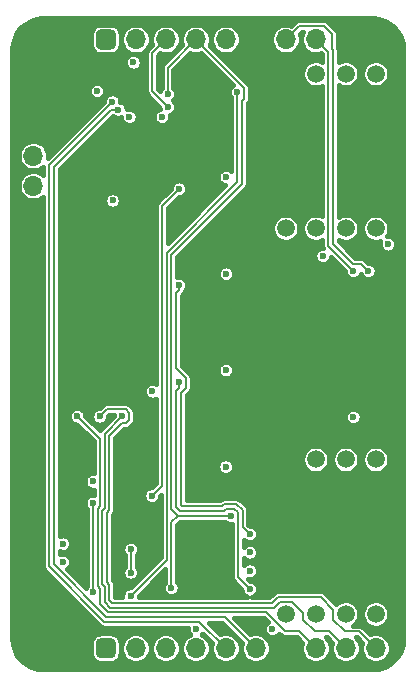
<source format=gbr>
G04 #@! TF.GenerationSoftware,KiCad,Pcbnew,(5.1.6)-1*
G04 #@! TF.CreationDate,2020-06-03T08:45:57+03:00*
G04 #@! TF.ProjectId,TMCM-0021 v1.0,544d434d-2d30-4303-9231-2076312e302e,rev?*
G04 #@! TF.SameCoordinates,Original*
G04 #@! TF.FileFunction,Copper,L4,Bot*
G04 #@! TF.FilePolarity,Positive*
%FSLAX46Y46*%
G04 Gerber Fmt 4.6, Leading zero omitted, Abs format (unit mm)*
G04 Created by KiCad (PCBNEW (5.1.6)-1) date 2020-06-03 08:45:57*
%MOMM*%
%LPD*%
G01*
G04 APERTURE LIST*
G04 #@! TA.AperFunction,ComponentPad*
%ADD10O,1.700000X1.700000*%
G04 #@! TD*
G04 #@! TA.AperFunction,ComponentPad*
%ADD11C,1.500000*%
G04 #@! TD*
G04 #@! TA.AperFunction,ComponentPad*
%ADD12C,5.600000*%
G04 #@! TD*
G04 #@! TA.AperFunction,ViaPad*
%ADD13C,0.600000*%
G04 #@! TD*
G04 #@! TA.AperFunction,Conductor*
%ADD14C,0.200000*%
G04 #@! TD*
G04 #@! TA.AperFunction,Conductor*
%ADD15C,0.400000*%
G04 #@! TD*
G04 APERTURE END LIST*
D10*
X31230000Y2230000D03*
X28690000Y2230000D03*
X26150000Y2230000D03*
X23610000Y2230000D03*
X21070000Y2230000D03*
X18530000Y2230000D03*
X15990000Y2230000D03*
X13450000Y2230000D03*
X10910000Y2230000D03*
G04 #@! TA.AperFunction,ComponentPad*
G36*
G01*
X7919500Y3080000D02*
X8820500Y3080000D01*
G75*
G02*
X9220000Y2680500I0J-399500D01*
G01*
X9220000Y1779500D01*
G75*
G02*
X8820500Y1380000I-399500J0D01*
G01*
X7919500Y1380000D01*
G75*
G02*
X7520000Y1779500I0J399500D01*
G01*
X7520000Y2680500D01*
G75*
G02*
X7919500Y3080000I399500J0D01*
G01*
G37*
G04 #@! TD.AperFunction*
X31230000Y53770000D03*
X28690000Y53770000D03*
X26150000Y53770000D03*
X23610000Y53770000D03*
X21070000Y53770000D03*
X18530000Y53770000D03*
X15990000Y53770000D03*
X13450000Y53770000D03*
X10910000Y53770000D03*
G04 #@! TA.AperFunction,ComponentPad*
G36*
G01*
X7919500Y54620000D02*
X8820500Y54620000D01*
G75*
G02*
X9220000Y54220500I0J-399500D01*
G01*
X9220000Y53319500D01*
G75*
G02*
X8820500Y52920000I-399500J0D01*
G01*
X7919500Y52920000D01*
G75*
G02*
X7520000Y53319500I0J399500D01*
G01*
X7520000Y54220500D01*
G75*
G02*
X7919500Y54620000I399500J0D01*
G01*
G37*
G04 #@! TD.AperFunction*
D11*
X23610000Y5130000D03*
X23610000Y18210000D03*
X26150000Y5130000D03*
X26150000Y18210000D03*
X28690000Y5130000D03*
X28690000Y18210000D03*
X31230000Y5130000D03*
X31230000Y18210000D03*
X23610000Y37790000D03*
X23610000Y50870000D03*
X26150000Y37790000D03*
X26150000Y50870000D03*
X28690000Y37790000D03*
X28690000Y50870000D03*
X31230000Y37790000D03*
X31230000Y50870000D03*
D12*
X3500000Y52500000D03*
X3500000Y3500000D03*
D10*
X2230000Y41390000D03*
X2230000Y43930000D03*
D13*
X9370000Y42670000D03*
X8640000Y43580000D03*
X8640000Y41780000D03*
X12270000Y16360000D03*
X5340000Y25460000D03*
X12310000Y22400000D03*
X18510000Y22270000D03*
X18530000Y30430000D03*
X15490000Y30430000D03*
X18540000Y38600000D03*
X15500000Y38600000D03*
X15460000Y22270000D03*
X18540000Y46760000D03*
X15510000Y46760000D03*
X15510000Y49320000D03*
X15490000Y14980000D03*
X16430000Y12460000D03*
X16910000Y8150000D03*
X28050000Y21820000D03*
X26780000Y34180000D03*
X12050000Y12580000D03*
X7850000Y20900000D03*
X8930000Y45210000D03*
X13610000Y48070000D03*
X19490000Y49330000D03*
X10470000Y6690000D03*
X13910000Y7340000D03*
X13600000Y49130000D03*
X18950000Y13440000D03*
X9440000Y47830000D03*
X8910000Y48500000D03*
X5950000Y21870000D03*
X7850000Y21870000D03*
X9760000Y21870000D03*
X29320000Y34180000D03*
X30600000Y34180000D03*
X7270000Y6990000D03*
X7270000Y14540002D03*
X14560000Y41140000D03*
X12260000Y15150000D03*
X14560000Y32960000D03*
X20550000Y11890000D03*
X20550000Y7240000D03*
X14550000Y24790000D03*
X12310000Y23980000D03*
X4750000Y11090000D03*
X4750000Y9540000D03*
X20550000Y10340000D03*
X20550000Y8790000D03*
X18510000Y17600000D03*
X18530000Y25770000D03*
X18540000Y33940000D03*
X18530000Y42120000D03*
X10700000Y51840000D03*
X7620000Y49410000D03*
X10370000Y47220000D03*
X13110000Y47220000D03*
X10470000Y8640000D03*
X29320000Y21820000D03*
X22470000Y3870000D03*
X16010000Y3870000D03*
X32260000Y36430000D03*
X26730000Y35450000D03*
X10470000Y10610000D03*
X7270000Y16360000D03*
X8939998Y40140002D03*
D14*
X19490000Y48905736D02*
X19490000Y49330000D01*
X13510000Y35721999D02*
X19490000Y41701999D01*
X13510000Y9730000D02*
X13510000Y35721999D01*
X19490000Y41701999D02*
X19490000Y48905736D01*
X10470000Y6690000D02*
X13510000Y9730000D01*
X12290000Y52610000D02*
X13450000Y53770000D01*
X13610000Y48070000D02*
X12290000Y49390000D01*
X12290000Y49390000D02*
X12290000Y52610000D01*
X13600000Y51380000D02*
X15990000Y53770000D01*
X13600000Y49130000D02*
X13600000Y51380000D01*
X14920000Y13440000D02*
X18950000Y13440000D01*
X16839999Y52920001D02*
X15990000Y53770000D01*
X20090001Y49669999D02*
X16839999Y52920001D01*
X19890010Y48570000D02*
X20090001Y48769991D01*
X14490000Y13440000D02*
X13910011Y14019989D01*
X14920000Y13440000D02*
X14490000Y13440000D01*
X13910011Y14019989D02*
X13910011Y35556312D01*
X19890010Y41536310D02*
X19890010Y48570000D01*
X20090001Y48769991D02*
X20090001Y49669999D01*
X13910011Y35556312D02*
X19890010Y41536310D01*
X14460000Y13440000D02*
X14920000Y13440000D01*
X13910000Y7340000D02*
X13910000Y12890000D01*
X13910000Y12890000D02*
X14460000Y13440000D01*
X8415688Y4870012D02*
X18429988Y4870012D01*
X18429988Y4870012D02*
X21070000Y2230000D01*
X9440000Y47830000D02*
X8805698Y47830000D01*
X8805698Y47830000D02*
X3960011Y42984313D01*
X3960011Y42984313D02*
X3960011Y9325689D01*
X3960011Y9325689D02*
X8415688Y4870012D01*
X18530000Y2230000D02*
X16289999Y4470001D01*
X3560000Y9160000D02*
X3560000Y43150000D01*
X16289999Y4470001D02*
X8249999Y4470001D01*
X3560000Y43150000D02*
X8610001Y48200001D01*
X8249999Y4470001D02*
X3560000Y9160000D01*
X8610001Y48200001D02*
X8910000Y48500000D01*
X23578002Y3650000D02*
X24730000Y3650000D01*
X24730000Y3650000D02*
X26150000Y2230000D01*
X21957981Y5270021D02*
X23578002Y3650000D01*
X7870001Y7278001D02*
X7870001Y5981395D01*
X7870001Y5981395D02*
X8581375Y5270021D01*
X7870001Y19949999D02*
X7870001Y14252001D01*
X7870001Y14252001D02*
X7670010Y14052010D01*
X8581375Y5270021D02*
X21957981Y5270021D01*
X5950000Y21870000D02*
X7870001Y19949999D01*
X7670010Y7477992D02*
X7870001Y7278001D01*
X7670010Y14052010D02*
X7670010Y7477992D01*
X8470030Y7809368D02*
X8670021Y7609379D01*
X10048001Y21269999D02*
X9725697Y21269999D01*
X27639999Y4625999D02*
X28615998Y3650000D01*
X8680000Y6302792D02*
X8912751Y6070041D01*
X8450001Y22470001D02*
X10048001Y22470001D01*
X7850000Y21870000D02*
X8450001Y22470001D01*
X10360001Y21581999D02*
X10048001Y21269999D01*
X8670021Y20214323D02*
X8670021Y13920623D01*
X10048001Y22470001D02*
X10360001Y22158001D01*
X9725697Y21269999D02*
X8670021Y20214323D01*
X30380001Y3079999D02*
X31230000Y2230000D01*
X10360001Y22158001D02*
X10360001Y21581999D01*
X8670021Y7609379D02*
X8670021Y6815678D01*
X8670021Y6815678D02*
X8680000Y6805699D01*
X8680000Y6805699D02*
X8680000Y6302792D01*
X27639999Y5490001D02*
X27639999Y4625999D01*
X8912751Y6070041D02*
X22430341Y6070041D01*
X8670021Y13920623D02*
X8470030Y13720632D01*
X29810000Y3650000D02*
X30380001Y3079999D01*
X22430341Y6070041D02*
X22940310Y6580011D01*
X22940310Y6580011D02*
X26549989Y6580011D01*
X26549989Y6580011D02*
X27639999Y5490001D01*
X28615998Y3650000D02*
X29810000Y3650000D01*
X8470030Y13720632D02*
X8470030Y7809368D01*
X27840001Y3079999D02*
X28690000Y2230000D01*
X27270000Y3650000D02*
X27840001Y3079999D01*
X26075998Y3650000D02*
X27270000Y3650000D01*
X25099999Y5194003D02*
X25099999Y4625999D01*
X24114001Y6180001D02*
X25099999Y5194003D01*
X23105999Y6180001D02*
X24114001Y6180001D01*
X8270011Y14086312D02*
X8070020Y13886321D01*
X8070020Y7643680D02*
X8270011Y7443690D01*
X8280000Y6640000D02*
X8280000Y6137094D01*
X8270011Y7443690D02*
X8270011Y6649989D01*
X9760000Y21870000D02*
X8270011Y20380011D01*
X8270011Y6649989D02*
X8280000Y6640000D01*
X25099999Y4625999D02*
X26075998Y3650000D01*
X8280000Y6137094D02*
X8747063Y5670031D01*
X8270011Y20380011D02*
X8270011Y14086312D01*
X8747063Y5670031D02*
X22596029Y5670031D01*
X22596029Y5670031D02*
X23105999Y6180001D01*
X8070020Y13886321D02*
X8070020Y7643680D01*
X26150000Y53770000D02*
X27200001Y52719999D01*
X27200001Y36299999D02*
X29320000Y34180000D01*
X27200001Y52719999D02*
X27200001Y36299999D01*
X27539999Y54230001D02*
X27539999Y52945700D01*
X23610000Y53770000D02*
X24760001Y54920001D01*
X27539999Y52945700D02*
X27600011Y52885688D01*
X26849999Y54920001D02*
X27539999Y54230001D01*
X24760001Y54920001D02*
X26849999Y54920001D01*
X27600011Y52885688D02*
X27600011Y50405987D01*
X27600011Y50405987D02*
X27600011Y39900000D01*
X27600011Y39900000D02*
X27600011Y36465687D01*
X27600011Y36465687D02*
X29285697Y34780001D01*
X29285697Y34780001D02*
X29999999Y34780001D01*
X29999999Y34780001D02*
X30600000Y34180000D01*
X7270000Y14217699D02*
X7270000Y14540002D01*
X7270000Y6990000D02*
X7270000Y14217699D01*
X14560000Y41140000D02*
X13109990Y39689990D01*
X13109990Y15999990D02*
X12260000Y15150000D01*
X13109990Y39689990D02*
X13109990Y15999990D01*
X14560000Y32535736D02*
X14310021Y32285757D01*
X14560000Y32960000D02*
X14560000Y32535736D01*
X14310021Y32285757D02*
X14310021Y31290000D01*
X14310021Y31290000D02*
X14310021Y26320000D01*
X14310021Y26320000D02*
X14310021Y25917981D01*
X14310021Y25917981D02*
X15150001Y25078001D01*
X14710031Y23854333D02*
X14710031Y23140000D01*
X15150001Y25078001D02*
X15150001Y24294303D01*
X15150001Y24294303D02*
X14710031Y23854333D01*
X14710031Y23140000D02*
X14710031Y14610000D01*
X14710031Y14355667D02*
X14825678Y14240020D01*
X14710031Y14610000D02*
X14710031Y14355667D01*
X19403690Y14440011D02*
X19950011Y13893690D01*
X18394312Y14440011D02*
X19403690Y14440011D01*
X14825678Y14240020D02*
X18194321Y14240020D01*
X18194321Y14240020D02*
X18394312Y14440011D01*
X19950011Y13893690D02*
X19950011Y12489989D01*
X19950011Y12489989D02*
X20550000Y11890000D01*
X14550000Y24260000D02*
X14550000Y24790000D01*
X14310021Y24020021D02*
X14550000Y24260000D01*
X14310021Y14189979D02*
X14310021Y24020021D01*
X18360010Y13840010D02*
X14659990Y13840010D01*
X14659990Y13840010D02*
X14310021Y14189979D01*
X19550001Y8239999D02*
X19550001Y13728001D01*
X19550001Y13728001D02*
X19238001Y14040001D01*
X18560001Y14040001D02*
X18360010Y13840010D01*
X20550000Y7240000D02*
X19550001Y8239999D01*
X19238001Y14040001D02*
X18560001Y14040001D01*
X10470000Y10610000D02*
X10470000Y8640000D01*
D15*
G36*
X31494876Y55499319D02*
G01*
X31970906Y55355597D01*
X32409957Y55122150D01*
X32795296Y54807875D01*
X33112258Y54424734D01*
X33348761Y53987330D01*
X33495803Y53512316D01*
X33550001Y52996656D01*
X33550000Y3022005D01*
X33499319Y2505124D01*
X33355596Y2029090D01*
X33122152Y1590046D01*
X32807875Y1204704D01*
X32424735Y887743D01*
X31987329Y651239D01*
X31512316Y504197D01*
X30996664Y450000D01*
X3022005Y450000D01*
X2505124Y500681D01*
X2029090Y644404D01*
X1590046Y877848D01*
X1204704Y1192125D01*
X887743Y1575265D01*
X651239Y2012671D01*
X504197Y2487684D01*
X483932Y2680500D01*
X7118065Y2680500D01*
X7118065Y1779500D01*
X7133464Y1623148D01*
X7179071Y1472804D01*
X7253131Y1334247D01*
X7352800Y1212800D01*
X7474247Y1113131D01*
X7612804Y1039071D01*
X7763148Y993464D01*
X7919500Y978065D01*
X8820500Y978065D01*
X8976852Y993464D01*
X9127196Y1039071D01*
X9265753Y1113131D01*
X9387200Y1212800D01*
X9486869Y1334247D01*
X9560929Y1472804D01*
X9606536Y1623148D01*
X9621935Y1779500D01*
X9621935Y2353114D01*
X9660000Y2353114D01*
X9660000Y2106886D01*
X9708037Y1865389D01*
X9802265Y1637903D01*
X9939062Y1433172D01*
X10113172Y1259062D01*
X10317903Y1122265D01*
X10545389Y1028037D01*
X10786886Y980000D01*
X11033114Y980000D01*
X11274611Y1028037D01*
X11502097Y1122265D01*
X11706828Y1259062D01*
X11880938Y1433172D01*
X12017735Y1637903D01*
X12111963Y1865389D01*
X12160000Y2106886D01*
X12160000Y2353114D01*
X12200000Y2353114D01*
X12200000Y2106886D01*
X12248037Y1865389D01*
X12342265Y1637903D01*
X12479062Y1433172D01*
X12653172Y1259062D01*
X12857903Y1122265D01*
X13085389Y1028037D01*
X13326886Y980000D01*
X13573114Y980000D01*
X13814611Y1028037D01*
X14042097Y1122265D01*
X14246828Y1259062D01*
X14420938Y1433172D01*
X14557735Y1637903D01*
X14651963Y1865389D01*
X14700000Y2106886D01*
X14700000Y2353114D01*
X14651963Y2594611D01*
X14557735Y2822097D01*
X14420938Y3026828D01*
X14246828Y3200938D01*
X14042097Y3337735D01*
X13814611Y3431963D01*
X13573114Y3480000D01*
X13326886Y3480000D01*
X13085389Y3431963D01*
X12857903Y3337735D01*
X12653172Y3200938D01*
X12479062Y3026828D01*
X12342265Y2822097D01*
X12248037Y2594611D01*
X12200000Y2353114D01*
X12160000Y2353114D01*
X12111963Y2594611D01*
X12017735Y2822097D01*
X11880938Y3026828D01*
X11706828Y3200938D01*
X11502097Y3337735D01*
X11274611Y3431963D01*
X11033114Y3480000D01*
X10786886Y3480000D01*
X10545389Y3431963D01*
X10317903Y3337735D01*
X10113172Y3200938D01*
X9939062Y3026828D01*
X9802265Y2822097D01*
X9708037Y2594611D01*
X9660000Y2353114D01*
X9621935Y2353114D01*
X9621935Y2680500D01*
X9606536Y2836852D01*
X9560929Y2987196D01*
X9486869Y3125753D01*
X9387200Y3247200D01*
X9265753Y3346869D01*
X9127196Y3420929D01*
X8976852Y3466536D01*
X8820500Y3481935D01*
X7919500Y3481935D01*
X7763148Y3466536D01*
X7612804Y3420929D01*
X7474247Y3346869D01*
X7352800Y3247200D01*
X7253131Y3125753D01*
X7179071Y2987196D01*
X7133464Y2836852D01*
X7118065Y2680500D01*
X483932Y2680500D01*
X450000Y3003336D01*
X450000Y44053114D01*
X980000Y44053114D01*
X980000Y43806886D01*
X1028037Y43565389D01*
X1122265Y43337903D01*
X1259062Y43133172D01*
X1433172Y42959062D01*
X1637903Y42822265D01*
X1865389Y42728037D01*
X2106886Y42680000D01*
X2353114Y42680000D01*
X2594611Y42728037D01*
X2822097Y42822265D01*
X3026828Y42959062D01*
X3060001Y42992235D01*
X3060001Y42327765D01*
X3026828Y42360938D01*
X2822097Y42497735D01*
X2594611Y42591963D01*
X2353114Y42640000D01*
X2106886Y42640000D01*
X1865389Y42591963D01*
X1637903Y42497735D01*
X1433172Y42360938D01*
X1259062Y42186828D01*
X1122265Y41982097D01*
X1028037Y41754611D01*
X980000Y41513114D01*
X980000Y41266886D01*
X1028037Y41025389D01*
X1122265Y40797903D01*
X1259062Y40593172D01*
X1433172Y40419062D01*
X1637903Y40282265D01*
X1865389Y40188037D01*
X2106886Y40140000D01*
X2353114Y40140000D01*
X2594611Y40188037D01*
X2822097Y40282265D01*
X3026828Y40419062D01*
X3060001Y40452235D01*
X3060000Y9184560D01*
X3057581Y9160000D01*
X3067235Y9061984D01*
X3095825Y8967734D01*
X3142254Y8880871D01*
X3204736Y8804736D01*
X3223824Y8789071D01*
X7879074Y4133820D01*
X7894735Y4114737D01*
X7970870Y4052255D01*
X8057732Y4005826D01*
X8151982Y3977236D01*
X8225439Y3970001D01*
X8225440Y3970001D01*
X8249998Y3967582D01*
X8274556Y3970001D01*
X15316178Y3970001D01*
X15310000Y3938944D01*
X15310000Y3801056D01*
X15336901Y3665818D01*
X15389668Y3538426D01*
X15466274Y3423776D01*
X15507089Y3382961D01*
X15397903Y3337735D01*
X15193172Y3200938D01*
X15019062Y3026828D01*
X14882265Y2822097D01*
X14788037Y2594611D01*
X14740000Y2353114D01*
X14740000Y2106886D01*
X14788037Y1865389D01*
X14882265Y1637903D01*
X15019062Y1433172D01*
X15193172Y1259062D01*
X15397903Y1122265D01*
X15625389Y1028037D01*
X15866886Y980000D01*
X16113114Y980000D01*
X16354611Y1028037D01*
X16582097Y1122265D01*
X16786828Y1259062D01*
X16960938Y1433172D01*
X17097735Y1637903D01*
X17191963Y1865389D01*
X17240000Y2106886D01*
X17240000Y2353114D01*
X17191963Y2594611D01*
X17097735Y2822097D01*
X16960938Y3026828D01*
X16786828Y3200938D01*
X16582097Y3337735D01*
X16501196Y3371246D01*
X16553726Y3423776D01*
X16583924Y3468971D01*
X17366185Y2686709D01*
X17328037Y2594611D01*
X17280000Y2353114D01*
X17280000Y2106886D01*
X17328037Y1865389D01*
X17422265Y1637903D01*
X17559062Y1433172D01*
X17733172Y1259062D01*
X17937903Y1122265D01*
X18165389Y1028037D01*
X18406886Y980000D01*
X18653114Y980000D01*
X18894611Y1028037D01*
X19122097Y1122265D01*
X19326828Y1259062D01*
X19500938Y1433172D01*
X19637735Y1637903D01*
X19731963Y1865389D01*
X19780000Y2106886D01*
X19780000Y2353114D01*
X19731963Y2594611D01*
X19637735Y2822097D01*
X19500938Y3026828D01*
X19326828Y3200938D01*
X19122097Y3337735D01*
X18894611Y3431963D01*
X18653114Y3480000D01*
X18406886Y3480000D01*
X18165389Y3431963D01*
X18073291Y3393815D01*
X17097093Y4370012D01*
X18222883Y4370012D01*
X19906185Y2686708D01*
X19868037Y2594611D01*
X19820000Y2353114D01*
X19820000Y2106886D01*
X19868037Y1865389D01*
X19962265Y1637903D01*
X20099062Y1433172D01*
X20273172Y1259062D01*
X20477903Y1122265D01*
X20705389Y1028037D01*
X20946886Y980000D01*
X21193114Y980000D01*
X21434611Y1028037D01*
X21662097Y1122265D01*
X21866828Y1259062D01*
X22040938Y1433172D01*
X22177735Y1637903D01*
X22271963Y1865389D01*
X22320000Y2106886D01*
X22320000Y2353114D01*
X22271963Y2594611D01*
X22177735Y2822097D01*
X22040938Y3026828D01*
X21866828Y3200938D01*
X21662097Y3337735D01*
X21434611Y3431963D01*
X21193114Y3480000D01*
X20946886Y3480000D01*
X20705389Y3431963D01*
X20613292Y3393815D01*
X19237084Y4770021D01*
X21750876Y4770021D01*
X22073767Y4447129D01*
X22023776Y4413726D01*
X21926274Y4316224D01*
X21849668Y4201574D01*
X21796901Y4074182D01*
X21770000Y3938944D01*
X21770000Y3801056D01*
X21796901Y3665818D01*
X21849668Y3538426D01*
X21926274Y3423776D01*
X22023776Y3326274D01*
X22138426Y3249668D01*
X22265818Y3196901D01*
X22401056Y3170000D01*
X22538944Y3170000D01*
X22674182Y3196901D01*
X22801574Y3249668D01*
X22916224Y3326274D01*
X23013726Y3423776D01*
X23047128Y3473767D01*
X23207081Y3313814D01*
X23222738Y3294736D01*
X23241814Y3279081D01*
X23241815Y3279080D01*
X23250118Y3272266D01*
X23298873Y3232254D01*
X23385735Y3185825D01*
X23479985Y3157235D01*
X23578002Y3147581D01*
X23602562Y3150000D01*
X24522895Y3150000D01*
X24986185Y2686709D01*
X24948037Y2594611D01*
X24900000Y2353114D01*
X24900000Y2106886D01*
X24948037Y1865389D01*
X25042265Y1637903D01*
X25179062Y1433172D01*
X25353172Y1259062D01*
X25557903Y1122265D01*
X25785389Y1028037D01*
X26026886Y980000D01*
X26273114Y980000D01*
X26514611Y1028037D01*
X26742097Y1122265D01*
X26946828Y1259062D01*
X27120938Y1433172D01*
X27257735Y1637903D01*
X27351963Y1865389D01*
X27400000Y2106886D01*
X27400000Y2353114D01*
X27351963Y2594611D01*
X27257735Y2822097D01*
X27120938Y3026828D01*
X26997766Y3150000D01*
X27062895Y3150000D01*
X27503814Y2709080D01*
X27503819Y2709076D01*
X27526186Y2686709D01*
X27488037Y2594611D01*
X27440000Y2353114D01*
X27440000Y2106886D01*
X27488037Y1865389D01*
X27582265Y1637903D01*
X27719062Y1433172D01*
X27893172Y1259062D01*
X28097903Y1122265D01*
X28325389Y1028037D01*
X28566886Y980000D01*
X28813114Y980000D01*
X29054611Y1028037D01*
X29282097Y1122265D01*
X29486828Y1259062D01*
X29660938Y1433172D01*
X29797735Y1637903D01*
X29891963Y1865389D01*
X29940000Y2106886D01*
X29940000Y2353114D01*
X29891963Y2594611D01*
X29797735Y2822097D01*
X29660938Y3026828D01*
X29537766Y3150000D01*
X29602895Y3150000D01*
X30043814Y2709080D01*
X30043819Y2709076D01*
X30066186Y2686709D01*
X30028037Y2594611D01*
X29980000Y2353114D01*
X29980000Y2106886D01*
X30028037Y1865389D01*
X30122265Y1637903D01*
X30259062Y1433172D01*
X30433172Y1259062D01*
X30637903Y1122265D01*
X30865389Y1028037D01*
X31106886Y980000D01*
X31353114Y980000D01*
X31594611Y1028037D01*
X31822097Y1122265D01*
X32026828Y1259062D01*
X32200938Y1433172D01*
X32337735Y1637903D01*
X32431963Y1865389D01*
X32480000Y2106886D01*
X32480000Y2353114D01*
X32431963Y2594611D01*
X32337735Y2822097D01*
X32200938Y3026828D01*
X32026828Y3200938D01*
X31822097Y3337735D01*
X31594611Y3431963D01*
X31353114Y3480000D01*
X31106886Y3480000D01*
X30865389Y3431963D01*
X30773291Y3393814D01*
X30750924Y3416181D01*
X30750920Y3416186D01*
X30180929Y3986176D01*
X30165264Y4005264D01*
X30089129Y4067746D01*
X30002267Y4114175D01*
X29908017Y4142765D01*
X29834560Y4150000D01*
X29810000Y4152419D01*
X29785440Y4150000D01*
X29293270Y4150000D01*
X29423082Y4236737D01*
X29583263Y4396918D01*
X29709116Y4585271D01*
X29795806Y4794557D01*
X29840000Y5016735D01*
X29840000Y5243265D01*
X30080000Y5243265D01*
X30080000Y5016735D01*
X30124194Y4794557D01*
X30210884Y4585271D01*
X30336737Y4396918D01*
X30496918Y4236737D01*
X30685271Y4110884D01*
X30894557Y4024194D01*
X31116735Y3980000D01*
X31343265Y3980000D01*
X31565443Y4024194D01*
X31774729Y4110884D01*
X31963082Y4236737D01*
X32123263Y4396918D01*
X32249116Y4585271D01*
X32335806Y4794557D01*
X32380000Y5016735D01*
X32380000Y5243265D01*
X32335806Y5465443D01*
X32249116Y5674729D01*
X32123263Y5863082D01*
X31963082Y6023263D01*
X31774729Y6149116D01*
X31565443Y6235806D01*
X31343265Y6280000D01*
X31116735Y6280000D01*
X30894557Y6235806D01*
X30685271Y6149116D01*
X30496918Y6023263D01*
X30336737Y5863082D01*
X30210884Y5674729D01*
X30124194Y5465443D01*
X30080000Y5243265D01*
X29840000Y5243265D01*
X29795806Y5465443D01*
X29709116Y5674729D01*
X29583263Y5863082D01*
X29423082Y6023263D01*
X29234729Y6149116D01*
X29025443Y6235806D01*
X28803265Y6280000D01*
X28576735Y6280000D01*
X28354557Y6235806D01*
X28145271Y6149116D01*
X27956918Y6023263D01*
X27885380Y5951725D01*
X26920918Y6916187D01*
X26905253Y6935275D01*
X26829118Y6997757D01*
X26742256Y7044186D01*
X26648006Y7072776D01*
X26574549Y7080011D01*
X26549989Y7082430D01*
X26525429Y7080011D01*
X22964869Y7080011D01*
X22940309Y7082430D01*
X22842292Y7072776D01*
X22803047Y7060871D01*
X22748043Y7044186D01*
X22661181Y6997757D01*
X22585046Y6935275D01*
X22569389Y6916197D01*
X22223234Y6570041D01*
X20761763Y6570041D01*
X20881574Y6619668D01*
X20996224Y6696274D01*
X21093726Y6793776D01*
X21170332Y6908426D01*
X21223099Y7035818D01*
X21250000Y7171056D01*
X21250000Y7308944D01*
X21223099Y7444182D01*
X21170332Y7571574D01*
X21093726Y7686224D01*
X20996224Y7783726D01*
X20881574Y7860332D01*
X20754182Y7913099D01*
X20618944Y7940000D01*
X20557106Y7940000D01*
X20388743Y8108363D01*
X20481056Y8090000D01*
X20618944Y8090000D01*
X20754182Y8116901D01*
X20881574Y8169668D01*
X20996224Y8246274D01*
X21093726Y8343776D01*
X21170332Y8458426D01*
X21223099Y8585818D01*
X21250000Y8721056D01*
X21250000Y8858944D01*
X21223099Y8994182D01*
X21170332Y9121574D01*
X21093726Y9236224D01*
X20996224Y9333726D01*
X20881574Y9410332D01*
X20754182Y9463099D01*
X20618944Y9490000D01*
X20481056Y9490000D01*
X20345818Y9463099D01*
X20218426Y9410332D01*
X20103776Y9333726D01*
X20050001Y9279951D01*
X20050001Y9850049D01*
X20103776Y9796274D01*
X20218426Y9719668D01*
X20345818Y9666901D01*
X20481056Y9640000D01*
X20618944Y9640000D01*
X20754182Y9666901D01*
X20881574Y9719668D01*
X20996224Y9796274D01*
X21093726Y9893776D01*
X21170332Y10008426D01*
X21223099Y10135818D01*
X21250000Y10271056D01*
X21250000Y10408944D01*
X21223099Y10544182D01*
X21170332Y10671574D01*
X21093726Y10786224D01*
X20996224Y10883726D01*
X20881574Y10960332D01*
X20754182Y11013099D01*
X20618944Y11040000D01*
X20481056Y11040000D01*
X20345818Y11013099D01*
X20218426Y10960332D01*
X20103776Y10883726D01*
X20050001Y10829951D01*
X20050001Y11400049D01*
X20103776Y11346274D01*
X20218426Y11269668D01*
X20345818Y11216901D01*
X20481056Y11190000D01*
X20618944Y11190000D01*
X20754182Y11216901D01*
X20881574Y11269668D01*
X20996224Y11346274D01*
X21093726Y11443776D01*
X21170332Y11558426D01*
X21223099Y11685818D01*
X21250000Y11821056D01*
X21250000Y11958944D01*
X21223099Y12094182D01*
X21170332Y12221574D01*
X21093726Y12336224D01*
X20996224Y12433726D01*
X20881574Y12510332D01*
X20754182Y12563099D01*
X20618944Y12590000D01*
X20557106Y12590000D01*
X20450011Y12697095D01*
X20450011Y13869130D01*
X20452430Y13893690D01*
X20442776Y13991707D01*
X20440138Y14000403D01*
X20414186Y14085957D01*
X20367757Y14172819D01*
X20305275Y14248954D01*
X20286197Y14264611D01*
X19774619Y14776188D01*
X19758954Y14795275D01*
X19682819Y14857757D01*
X19595957Y14904186D01*
X19501707Y14932776D01*
X19428250Y14940011D01*
X19403690Y14942430D01*
X19379130Y14940011D01*
X18418872Y14940011D01*
X18394312Y14942430D01*
X18296294Y14932776D01*
X18267704Y14924103D01*
X18202045Y14904186D01*
X18115183Y14857757D01*
X18039048Y14795275D01*
X18023383Y14776187D01*
X17987216Y14740020D01*
X15210031Y14740020D01*
X15210031Y17668944D01*
X17810000Y17668944D01*
X17810000Y17531056D01*
X17836901Y17395818D01*
X17889668Y17268426D01*
X17966274Y17153776D01*
X18063776Y17056274D01*
X18178426Y16979668D01*
X18305818Y16926901D01*
X18441056Y16900000D01*
X18578944Y16900000D01*
X18714182Y16926901D01*
X18841574Y16979668D01*
X18956224Y17056274D01*
X19053726Y17153776D01*
X19130332Y17268426D01*
X19183099Y17395818D01*
X19210000Y17531056D01*
X19210000Y17668944D01*
X19183099Y17804182D01*
X19130332Y17931574D01*
X19053726Y18046224D01*
X18956224Y18143726D01*
X18841574Y18220332D01*
X18714182Y18273099D01*
X18578944Y18300000D01*
X18441056Y18300000D01*
X18305818Y18273099D01*
X18178426Y18220332D01*
X18063776Y18143726D01*
X17966274Y18046224D01*
X17889668Y17931574D01*
X17836901Y17804182D01*
X17810000Y17668944D01*
X15210031Y17668944D01*
X15210031Y18323265D01*
X25000000Y18323265D01*
X25000000Y18096735D01*
X25044194Y17874557D01*
X25130884Y17665271D01*
X25256737Y17476918D01*
X25416918Y17316737D01*
X25605271Y17190884D01*
X25814557Y17104194D01*
X26036735Y17060000D01*
X26263265Y17060000D01*
X26485443Y17104194D01*
X26694729Y17190884D01*
X26883082Y17316737D01*
X27043263Y17476918D01*
X27169116Y17665271D01*
X27255806Y17874557D01*
X27300000Y18096735D01*
X27300000Y18323265D01*
X27540000Y18323265D01*
X27540000Y18096735D01*
X27584194Y17874557D01*
X27670884Y17665271D01*
X27796737Y17476918D01*
X27956918Y17316737D01*
X28145271Y17190884D01*
X28354557Y17104194D01*
X28576735Y17060000D01*
X28803265Y17060000D01*
X29025443Y17104194D01*
X29234729Y17190884D01*
X29423082Y17316737D01*
X29583263Y17476918D01*
X29709116Y17665271D01*
X29795806Y17874557D01*
X29840000Y18096735D01*
X29840000Y18323265D01*
X30080000Y18323265D01*
X30080000Y18096735D01*
X30124194Y17874557D01*
X30210884Y17665271D01*
X30336737Y17476918D01*
X30496918Y17316737D01*
X30685271Y17190884D01*
X30894557Y17104194D01*
X31116735Y17060000D01*
X31343265Y17060000D01*
X31565443Y17104194D01*
X31774729Y17190884D01*
X31963082Y17316737D01*
X32123263Y17476918D01*
X32249116Y17665271D01*
X32335806Y17874557D01*
X32380000Y18096735D01*
X32380000Y18323265D01*
X32335806Y18545443D01*
X32249116Y18754729D01*
X32123263Y18943082D01*
X31963082Y19103263D01*
X31774729Y19229116D01*
X31565443Y19315806D01*
X31343265Y19360000D01*
X31116735Y19360000D01*
X30894557Y19315806D01*
X30685271Y19229116D01*
X30496918Y19103263D01*
X30336737Y18943082D01*
X30210884Y18754729D01*
X30124194Y18545443D01*
X30080000Y18323265D01*
X29840000Y18323265D01*
X29795806Y18545443D01*
X29709116Y18754729D01*
X29583263Y18943082D01*
X29423082Y19103263D01*
X29234729Y19229116D01*
X29025443Y19315806D01*
X28803265Y19360000D01*
X28576735Y19360000D01*
X28354557Y19315806D01*
X28145271Y19229116D01*
X27956918Y19103263D01*
X27796737Y18943082D01*
X27670884Y18754729D01*
X27584194Y18545443D01*
X27540000Y18323265D01*
X27300000Y18323265D01*
X27255806Y18545443D01*
X27169116Y18754729D01*
X27043263Y18943082D01*
X26883082Y19103263D01*
X26694729Y19229116D01*
X26485443Y19315806D01*
X26263265Y19360000D01*
X26036735Y19360000D01*
X25814557Y19315806D01*
X25605271Y19229116D01*
X25416918Y19103263D01*
X25256737Y18943082D01*
X25130884Y18754729D01*
X25044194Y18545443D01*
X25000000Y18323265D01*
X15210031Y18323265D01*
X15210031Y21888944D01*
X28620000Y21888944D01*
X28620000Y21751056D01*
X28646901Y21615818D01*
X28699668Y21488426D01*
X28776274Y21373776D01*
X28873776Y21276274D01*
X28988426Y21199668D01*
X29115818Y21146901D01*
X29251056Y21120000D01*
X29388944Y21120000D01*
X29524182Y21146901D01*
X29651574Y21199668D01*
X29766224Y21276274D01*
X29863726Y21373776D01*
X29940332Y21488426D01*
X29993099Y21615818D01*
X30020000Y21751056D01*
X30020000Y21888944D01*
X29993099Y22024182D01*
X29940332Y22151574D01*
X29863726Y22266224D01*
X29766224Y22363726D01*
X29651574Y22440332D01*
X29524182Y22493099D01*
X29388944Y22520000D01*
X29251056Y22520000D01*
X29115818Y22493099D01*
X28988426Y22440332D01*
X28873776Y22363726D01*
X28776274Y22266224D01*
X28699668Y22151574D01*
X28646901Y22024182D01*
X28620000Y21888944D01*
X15210031Y21888944D01*
X15210031Y23647227D01*
X15486187Y23923382D01*
X15505265Y23939039D01*
X15567747Y24015174D01*
X15614176Y24102036D01*
X15642766Y24196286D01*
X15650001Y24269743D01*
X15652420Y24294303D01*
X15650001Y24318863D01*
X15650001Y25053444D01*
X15652420Y25078002D01*
X15648128Y25121574D01*
X15642766Y25176018D01*
X15614176Y25270268D01*
X15567747Y25357130D01*
X15505265Y25433265D01*
X15486182Y25448926D01*
X15096164Y25838944D01*
X17830000Y25838944D01*
X17830000Y25701056D01*
X17856901Y25565818D01*
X17909668Y25438426D01*
X17986274Y25323776D01*
X18083776Y25226274D01*
X18198426Y25149668D01*
X18325818Y25096901D01*
X18461056Y25070000D01*
X18598944Y25070000D01*
X18734182Y25096901D01*
X18861574Y25149668D01*
X18976224Y25226274D01*
X19073726Y25323776D01*
X19150332Y25438426D01*
X19203099Y25565818D01*
X19230000Y25701056D01*
X19230000Y25838944D01*
X19203099Y25974182D01*
X19150332Y26101574D01*
X19073726Y26216224D01*
X18976224Y26313726D01*
X18861574Y26390332D01*
X18734182Y26443099D01*
X18598944Y26470000D01*
X18461056Y26470000D01*
X18325818Y26443099D01*
X18198426Y26390332D01*
X18083776Y26313726D01*
X17986274Y26216224D01*
X17909668Y26101574D01*
X17856901Y25974182D01*
X17830000Y25838944D01*
X15096164Y25838944D01*
X14810021Y26125086D01*
X14810021Y32078651D01*
X14896181Y32164811D01*
X14915264Y32180472D01*
X14977746Y32256607D01*
X15024175Y32343469D01*
X15052765Y32437720D01*
X15055507Y32465557D01*
X15103726Y32513776D01*
X15180332Y32628426D01*
X15233099Y32755818D01*
X15260000Y32891056D01*
X15260000Y33028944D01*
X15233099Y33164182D01*
X15180332Y33291574D01*
X15103726Y33406224D01*
X15006224Y33503726D01*
X14891574Y33580332D01*
X14764182Y33633099D01*
X14628944Y33660000D01*
X14491056Y33660000D01*
X14410011Y33643879D01*
X14410011Y34008944D01*
X17840000Y34008944D01*
X17840000Y33871056D01*
X17866901Y33735818D01*
X17919668Y33608426D01*
X17996274Y33493776D01*
X18093776Y33396274D01*
X18208426Y33319668D01*
X18335818Y33266901D01*
X18471056Y33240000D01*
X18608944Y33240000D01*
X18744182Y33266901D01*
X18871574Y33319668D01*
X18986224Y33396274D01*
X19083726Y33493776D01*
X19160332Y33608426D01*
X19213099Y33735818D01*
X19240000Y33871056D01*
X19240000Y34008944D01*
X19213099Y34144182D01*
X19160332Y34271574D01*
X19083726Y34386224D01*
X18986224Y34483726D01*
X18871574Y34560332D01*
X18744182Y34613099D01*
X18608944Y34640000D01*
X18471056Y34640000D01*
X18335818Y34613099D01*
X18208426Y34560332D01*
X18093776Y34483726D01*
X17996274Y34386224D01*
X17919668Y34271574D01*
X17866901Y34144182D01*
X17840000Y34008944D01*
X14410011Y34008944D01*
X14410011Y35349207D01*
X16964069Y37903265D01*
X22460000Y37903265D01*
X22460000Y37676735D01*
X22504194Y37454557D01*
X22590884Y37245271D01*
X22716737Y37056918D01*
X22876918Y36896737D01*
X23065271Y36770884D01*
X23274557Y36684194D01*
X23496735Y36640000D01*
X23723265Y36640000D01*
X23945443Y36684194D01*
X24154729Y36770884D01*
X24343082Y36896737D01*
X24503263Y37056918D01*
X24629116Y37245271D01*
X24715806Y37454557D01*
X24760000Y37676735D01*
X24760000Y37903265D01*
X24715806Y38125443D01*
X24629116Y38334729D01*
X24503263Y38523082D01*
X24343082Y38683263D01*
X24154729Y38809116D01*
X23945443Y38895806D01*
X23723265Y38940000D01*
X23496735Y38940000D01*
X23274557Y38895806D01*
X23065271Y38809116D01*
X22876918Y38683263D01*
X22716737Y38523082D01*
X22590884Y38334729D01*
X22504194Y38125443D01*
X22460000Y37903265D01*
X16964069Y37903265D01*
X20226191Y41165385D01*
X20245274Y41181046D01*
X20307756Y41257181D01*
X20354185Y41344043D01*
X20382775Y41438293D01*
X20390010Y41511750D01*
X20390010Y41511751D01*
X20392429Y41536309D01*
X20390010Y41560869D01*
X20390010Y48362895D01*
X20426177Y48399062D01*
X20445265Y48414727D01*
X20507747Y48490862D01*
X20554176Y48577724D01*
X20582766Y48671974D01*
X20583929Y48683776D01*
X20592420Y48769991D01*
X20590001Y48794551D01*
X20590001Y49645439D01*
X20592420Y49669999D01*
X20582766Y49768016D01*
X20572124Y49803099D01*
X20554176Y49862266D01*
X20507747Y49949128D01*
X20445265Y50025263D01*
X20426182Y50040924D01*
X17210923Y53256182D01*
X17210918Y53256188D01*
X17153815Y53313291D01*
X17191963Y53405389D01*
X17240000Y53646886D01*
X17240000Y53893114D01*
X17280000Y53893114D01*
X17280000Y53646886D01*
X17328037Y53405389D01*
X17422265Y53177903D01*
X17559062Y52973172D01*
X17733172Y52799062D01*
X17937903Y52662265D01*
X18165389Y52568037D01*
X18406886Y52520000D01*
X18653114Y52520000D01*
X18894611Y52568037D01*
X19122097Y52662265D01*
X19326828Y52799062D01*
X19500938Y52973172D01*
X19637735Y53177903D01*
X19731963Y53405389D01*
X19780000Y53646886D01*
X19780000Y53893114D01*
X22360000Y53893114D01*
X22360000Y53646886D01*
X22408037Y53405389D01*
X22502265Y53177903D01*
X22639062Y52973172D01*
X22813172Y52799062D01*
X23017903Y52662265D01*
X23245389Y52568037D01*
X23486886Y52520000D01*
X23733114Y52520000D01*
X23974611Y52568037D01*
X24202097Y52662265D01*
X24406828Y52799062D01*
X24580938Y52973172D01*
X24717735Y53177903D01*
X24811963Y53405389D01*
X24860000Y53646886D01*
X24860000Y53893114D01*
X24811963Y54134611D01*
X24773815Y54226709D01*
X24967107Y54420001D01*
X25080955Y54420001D01*
X25042265Y54362097D01*
X24948037Y54134611D01*
X24900000Y53893114D01*
X24900000Y53646886D01*
X24948037Y53405389D01*
X25042265Y53177903D01*
X25179062Y52973172D01*
X25353172Y52799062D01*
X25557903Y52662265D01*
X25785389Y52568037D01*
X26026886Y52520000D01*
X26273114Y52520000D01*
X26514611Y52568037D01*
X26606708Y52606185D01*
X26700001Y52512892D01*
X26700001Y51885593D01*
X26694729Y51889116D01*
X26485443Y51975806D01*
X26263265Y52020000D01*
X26036735Y52020000D01*
X25814557Y51975806D01*
X25605271Y51889116D01*
X25416918Y51763263D01*
X25256737Y51603082D01*
X25130884Y51414729D01*
X25044194Y51205443D01*
X25000000Y50983265D01*
X25000000Y50756735D01*
X25044194Y50534557D01*
X25130884Y50325271D01*
X25256737Y50136918D01*
X25416918Y49976737D01*
X25605271Y49850884D01*
X25814557Y49764194D01*
X26036735Y49720000D01*
X26263265Y49720000D01*
X26485443Y49764194D01*
X26694729Y49850884D01*
X26700001Y49854407D01*
X26700002Y38805593D01*
X26694729Y38809116D01*
X26485443Y38895806D01*
X26263265Y38940000D01*
X26036735Y38940000D01*
X25814557Y38895806D01*
X25605271Y38809116D01*
X25416918Y38683263D01*
X25256737Y38523082D01*
X25130884Y38334729D01*
X25044194Y38125443D01*
X25000000Y37903265D01*
X25000000Y37676735D01*
X25044194Y37454557D01*
X25130884Y37245271D01*
X25256737Y37056918D01*
X25416918Y36896737D01*
X25605271Y36770884D01*
X25814557Y36684194D01*
X26036735Y36640000D01*
X26263265Y36640000D01*
X26485443Y36684194D01*
X26694729Y36770884D01*
X26700002Y36774407D01*
X26700002Y36324569D01*
X26697582Y36299999D01*
X26707236Y36201982D01*
X26723005Y36150000D01*
X26661056Y36150000D01*
X26525818Y36123099D01*
X26398426Y36070332D01*
X26283776Y35993726D01*
X26186274Y35896224D01*
X26109668Y35781574D01*
X26056901Y35654182D01*
X26030000Y35518944D01*
X26030000Y35381056D01*
X26056901Y35245818D01*
X26109668Y35118426D01*
X26186274Y35003776D01*
X26283776Y34906274D01*
X26398426Y34829668D01*
X26525818Y34776901D01*
X26661056Y34750000D01*
X26798944Y34750000D01*
X26934182Y34776901D01*
X27061574Y34829668D01*
X27176224Y34906274D01*
X27273726Y35003776D01*
X27350332Y35118426D01*
X27403099Y35245818D01*
X27426987Y35365908D01*
X28620000Y34172893D01*
X28620000Y34111056D01*
X28646901Y33975818D01*
X28699668Y33848426D01*
X28776274Y33733776D01*
X28873776Y33636274D01*
X28988426Y33559668D01*
X29115818Y33506901D01*
X29251056Y33480000D01*
X29388944Y33480000D01*
X29524182Y33506901D01*
X29651574Y33559668D01*
X29766224Y33636274D01*
X29863726Y33733776D01*
X29940332Y33848426D01*
X29960000Y33895909D01*
X29979668Y33848426D01*
X30056274Y33733776D01*
X30153776Y33636274D01*
X30268426Y33559668D01*
X30395818Y33506901D01*
X30531056Y33480000D01*
X30668944Y33480000D01*
X30804182Y33506901D01*
X30931574Y33559668D01*
X31046224Y33636274D01*
X31143726Y33733776D01*
X31220332Y33848426D01*
X31273099Y33975818D01*
X31300000Y34111056D01*
X31300000Y34248944D01*
X31273099Y34384182D01*
X31220332Y34511574D01*
X31143726Y34626224D01*
X31046224Y34723726D01*
X30931574Y34800332D01*
X30804182Y34853099D01*
X30668944Y34880000D01*
X30607106Y34880000D01*
X30370928Y35116177D01*
X30355263Y35135265D01*
X30279128Y35197747D01*
X30192266Y35244176D01*
X30098016Y35272766D01*
X30024559Y35280001D01*
X29999999Y35282420D01*
X29975439Y35280001D01*
X29492803Y35280001D01*
X28100011Y36672792D01*
X28100011Y36801126D01*
X28145271Y36770884D01*
X28354557Y36684194D01*
X28576735Y36640000D01*
X28803265Y36640000D01*
X29025443Y36684194D01*
X29234729Y36770884D01*
X29423082Y36896737D01*
X29583263Y37056918D01*
X29709116Y37245271D01*
X29795806Y37454557D01*
X29840000Y37676735D01*
X29840000Y37903265D01*
X30080000Y37903265D01*
X30080000Y37676735D01*
X30124194Y37454557D01*
X30210884Y37245271D01*
X30336737Y37056918D01*
X30496918Y36896737D01*
X30685271Y36770884D01*
X30894557Y36684194D01*
X31116735Y36640000D01*
X31343265Y36640000D01*
X31565443Y36684194D01*
X31616351Y36705281D01*
X31586901Y36634182D01*
X31560000Y36498944D01*
X31560000Y36361056D01*
X31586901Y36225818D01*
X31639668Y36098426D01*
X31716274Y35983776D01*
X31813776Y35886274D01*
X31928426Y35809668D01*
X32055818Y35756901D01*
X32191056Y35730000D01*
X32328944Y35730000D01*
X32464182Y35756901D01*
X32591574Y35809668D01*
X32706224Y35886274D01*
X32803726Y35983776D01*
X32880332Y36098426D01*
X32933099Y36225818D01*
X32960000Y36361056D01*
X32960000Y36498944D01*
X32933099Y36634182D01*
X32880332Y36761574D01*
X32803726Y36876224D01*
X32706224Y36973726D01*
X32591574Y37050332D01*
X32464182Y37103099D01*
X32328944Y37130000D01*
X32191056Y37130000D01*
X32169188Y37125650D01*
X32249116Y37245271D01*
X32335806Y37454557D01*
X32380000Y37676735D01*
X32380000Y37903265D01*
X32335806Y38125443D01*
X32249116Y38334729D01*
X32123263Y38523082D01*
X31963082Y38683263D01*
X31774729Y38809116D01*
X31565443Y38895806D01*
X31343265Y38940000D01*
X31116735Y38940000D01*
X30894557Y38895806D01*
X30685271Y38809116D01*
X30496918Y38683263D01*
X30336737Y38523082D01*
X30210884Y38334729D01*
X30124194Y38125443D01*
X30080000Y37903265D01*
X29840000Y37903265D01*
X29795806Y38125443D01*
X29709116Y38334729D01*
X29583263Y38523082D01*
X29423082Y38683263D01*
X29234729Y38809116D01*
X29025443Y38895806D01*
X28803265Y38940000D01*
X28576735Y38940000D01*
X28354557Y38895806D01*
X28145271Y38809116D01*
X28100011Y38778874D01*
X28100011Y49881126D01*
X28145271Y49850884D01*
X28354557Y49764194D01*
X28576735Y49720000D01*
X28803265Y49720000D01*
X29025443Y49764194D01*
X29234729Y49850884D01*
X29423082Y49976737D01*
X29583263Y50136918D01*
X29709116Y50325271D01*
X29795806Y50534557D01*
X29840000Y50756735D01*
X29840000Y50983265D01*
X30080000Y50983265D01*
X30080000Y50756735D01*
X30124194Y50534557D01*
X30210884Y50325271D01*
X30336737Y50136918D01*
X30496918Y49976737D01*
X30685271Y49850884D01*
X30894557Y49764194D01*
X31116735Y49720000D01*
X31343265Y49720000D01*
X31565443Y49764194D01*
X31774729Y49850884D01*
X31963082Y49976737D01*
X32123263Y50136918D01*
X32249116Y50325271D01*
X32335806Y50534557D01*
X32380000Y50756735D01*
X32380000Y50983265D01*
X32335806Y51205443D01*
X32249116Y51414729D01*
X32123263Y51603082D01*
X31963082Y51763263D01*
X31774729Y51889116D01*
X31565443Y51975806D01*
X31343265Y52020000D01*
X31116735Y52020000D01*
X30894557Y51975806D01*
X30685271Y51889116D01*
X30496918Y51763263D01*
X30336737Y51603082D01*
X30210884Y51414729D01*
X30124194Y51205443D01*
X30080000Y50983265D01*
X29840000Y50983265D01*
X29795806Y51205443D01*
X29709116Y51414729D01*
X29583263Y51603082D01*
X29423082Y51763263D01*
X29234729Y51889116D01*
X29025443Y51975806D01*
X28803265Y52020000D01*
X28576735Y52020000D01*
X28354557Y51975806D01*
X28145271Y51889116D01*
X28100011Y51858874D01*
X28100011Y52861128D01*
X28102430Y52885688D01*
X28092776Y52983704D01*
X28089263Y52995285D01*
X28064186Y53077955D01*
X28039999Y53123205D01*
X28039999Y54205452D01*
X28042417Y54230002D01*
X28039999Y54254552D01*
X28039999Y54254561D01*
X28032764Y54328018D01*
X28004174Y54422268D01*
X27957745Y54509130D01*
X27895263Y54585265D01*
X27876185Y54600921D01*
X27220928Y55256177D01*
X27205263Y55275265D01*
X27129128Y55337747D01*
X27042266Y55384176D01*
X26948016Y55412766D01*
X26874559Y55420001D01*
X26849999Y55422420D01*
X26825439Y55420001D01*
X24784560Y55420001D01*
X24760000Y55422420D01*
X24661983Y55412766D01*
X24633393Y55404093D01*
X24567734Y55384176D01*
X24480872Y55337747D01*
X24404737Y55275265D01*
X24389076Y55256182D01*
X24066709Y54933815D01*
X23974611Y54971963D01*
X23733114Y55020000D01*
X23486886Y55020000D01*
X23245389Y54971963D01*
X23017903Y54877735D01*
X22813172Y54740938D01*
X22639062Y54566828D01*
X22502265Y54362097D01*
X22408037Y54134611D01*
X22360000Y53893114D01*
X19780000Y53893114D01*
X19731963Y54134611D01*
X19637735Y54362097D01*
X19500938Y54566828D01*
X19326828Y54740938D01*
X19122097Y54877735D01*
X18894611Y54971963D01*
X18653114Y55020000D01*
X18406886Y55020000D01*
X18165389Y54971963D01*
X17937903Y54877735D01*
X17733172Y54740938D01*
X17559062Y54566828D01*
X17422265Y54362097D01*
X17328037Y54134611D01*
X17280000Y53893114D01*
X17240000Y53893114D01*
X17191963Y54134611D01*
X17097735Y54362097D01*
X16960938Y54566828D01*
X16786828Y54740938D01*
X16582097Y54877735D01*
X16354611Y54971963D01*
X16113114Y55020000D01*
X15866886Y55020000D01*
X15625389Y54971963D01*
X15397903Y54877735D01*
X15193172Y54740938D01*
X15019062Y54566828D01*
X14882265Y54362097D01*
X14788037Y54134611D01*
X14740000Y53893114D01*
X14740000Y53646886D01*
X14788037Y53405389D01*
X14826185Y53313291D01*
X13263819Y51750924D01*
X13244737Y51735264D01*
X13182255Y51659129D01*
X13169795Y51635818D01*
X13135826Y51572267D01*
X13107235Y51478017D01*
X13097581Y51380000D01*
X13100001Y51355430D01*
X13100000Y49619950D01*
X13056274Y49576224D01*
X12979668Y49461574D01*
X12963812Y49423294D01*
X12790000Y49597105D01*
X12790000Y52402895D01*
X12993291Y52606185D01*
X13085389Y52568037D01*
X13326886Y52520000D01*
X13573114Y52520000D01*
X13814611Y52568037D01*
X14042097Y52662265D01*
X14246828Y52799062D01*
X14420938Y52973172D01*
X14557735Y53177903D01*
X14651963Y53405389D01*
X14700000Y53646886D01*
X14700000Y53893114D01*
X14651963Y54134611D01*
X14557735Y54362097D01*
X14420938Y54566828D01*
X14246828Y54740938D01*
X14042097Y54877735D01*
X13814611Y54971963D01*
X13573114Y55020000D01*
X13326886Y55020000D01*
X13085389Y54971963D01*
X12857903Y54877735D01*
X12653172Y54740938D01*
X12479062Y54566828D01*
X12342265Y54362097D01*
X12248037Y54134611D01*
X12200000Y53893114D01*
X12200000Y53646886D01*
X12248037Y53405389D01*
X12286185Y53313291D01*
X11953819Y52980924D01*
X11934737Y52965264D01*
X11872255Y52889129D01*
X11861996Y52869936D01*
X11825826Y52802267D01*
X11797235Y52708017D01*
X11787581Y52610000D01*
X11790001Y52585430D01*
X11790000Y49414560D01*
X11787581Y49390000D01*
X11790000Y49365441D01*
X11797235Y49291984D01*
X11825825Y49197734D01*
X11872254Y49110871D01*
X11934736Y49034736D01*
X11953824Y49019071D01*
X12910000Y48062894D01*
X12910000Y48001056D01*
X12930498Y47898008D01*
X12905818Y47893099D01*
X12778426Y47840332D01*
X12663776Y47763726D01*
X12566274Y47666224D01*
X12489668Y47551574D01*
X12436901Y47424182D01*
X12410000Y47288944D01*
X12410000Y47151056D01*
X12436901Y47015818D01*
X12489668Y46888426D01*
X12566274Y46773776D01*
X12663776Y46676274D01*
X12778426Y46599668D01*
X12905818Y46546901D01*
X13041056Y46520000D01*
X13178944Y46520000D01*
X13314182Y46546901D01*
X13441574Y46599668D01*
X13556224Y46676274D01*
X13653726Y46773776D01*
X13730332Y46888426D01*
X13783099Y47015818D01*
X13810000Y47151056D01*
X13810000Y47288944D01*
X13789502Y47391992D01*
X13814182Y47396901D01*
X13941574Y47449668D01*
X14056224Y47526274D01*
X14153726Y47623776D01*
X14230332Y47738426D01*
X14283099Y47865818D01*
X14310000Y48001056D01*
X14310000Y48138944D01*
X14283099Y48274182D01*
X14230332Y48401574D01*
X14153726Y48516224D01*
X14064950Y48605000D01*
X14143726Y48683776D01*
X14220332Y48798426D01*
X14273099Y48925818D01*
X14300000Y49061056D01*
X14300000Y49198944D01*
X14273099Y49334182D01*
X14220332Y49461574D01*
X14143726Y49576224D01*
X14100000Y49619950D01*
X14100000Y51172895D01*
X15533291Y52606185D01*
X15625389Y52568037D01*
X15866886Y52520000D01*
X16113114Y52520000D01*
X16354611Y52568037D01*
X16446709Y52606185D01*
X16503812Y52549082D01*
X16503818Y52549077D01*
X19124938Y49927956D01*
X19043776Y49873726D01*
X18946274Y49776224D01*
X18869668Y49661574D01*
X18816901Y49534182D01*
X18790000Y49398944D01*
X18790000Y49261056D01*
X18816901Y49125818D01*
X18869668Y48998426D01*
X18946274Y48883776D01*
X18990001Y48840049D01*
X18990000Y42649950D01*
X18976224Y42663726D01*
X18861574Y42740332D01*
X18734182Y42793099D01*
X18598944Y42820000D01*
X18461056Y42820000D01*
X18325818Y42793099D01*
X18198426Y42740332D01*
X18083776Y42663726D01*
X17986274Y42566224D01*
X17909668Y42451574D01*
X17856901Y42324182D01*
X17830000Y42188944D01*
X17830000Y42051056D01*
X17856901Y41915818D01*
X17909668Y41788426D01*
X17986274Y41673776D01*
X18083776Y41576274D01*
X18198426Y41499668D01*
X18325818Y41446901D01*
X18461056Y41420000D01*
X18500895Y41420000D01*
X13609990Y36529094D01*
X13609990Y39482885D01*
X14567107Y40440000D01*
X14628944Y40440000D01*
X14764182Y40466901D01*
X14891574Y40519668D01*
X15006224Y40596274D01*
X15103726Y40693776D01*
X15180332Y40808426D01*
X15233099Y40935818D01*
X15260000Y41071056D01*
X15260000Y41208944D01*
X15233099Y41344182D01*
X15180332Y41471574D01*
X15103726Y41586224D01*
X15006224Y41683726D01*
X14891574Y41760332D01*
X14764182Y41813099D01*
X14628944Y41840000D01*
X14491056Y41840000D01*
X14355818Y41813099D01*
X14228426Y41760332D01*
X14113776Y41683726D01*
X14016274Y41586224D01*
X13939668Y41471574D01*
X13886901Y41344182D01*
X13860000Y41208944D01*
X13860000Y41147107D01*
X12773814Y40060919D01*
X12754726Y40045254D01*
X12692244Y39969119D01*
X12645815Y39882256D01*
X12625898Y39816597D01*
X12617225Y39788007D01*
X12607571Y39689990D01*
X12609990Y39665430D01*
X12609991Y24613414D01*
X12514182Y24653099D01*
X12378944Y24680000D01*
X12241056Y24680000D01*
X12105818Y24653099D01*
X11978426Y24600332D01*
X11863776Y24523726D01*
X11766274Y24426224D01*
X11689668Y24311574D01*
X11636901Y24184182D01*
X11610000Y24048944D01*
X11610000Y23911056D01*
X11636901Y23775818D01*
X11689668Y23648426D01*
X11766274Y23533776D01*
X11863776Y23436274D01*
X11978426Y23359668D01*
X12105818Y23306901D01*
X12241056Y23280000D01*
X12378944Y23280000D01*
X12514182Y23306901D01*
X12609991Y23346586D01*
X12609991Y16207098D01*
X12252894Y15850000D01*
X12191056Y15850000D01*
X12055818Y15823099D01*
X11928426Y15770332D01*
X11813776Y15693726D01*
X11716274Y15596224D01*
X11639668Y15481574D01*
X11586901Y15354182D01*
X11560000Y15218944D01*
X11560000Y15081056D01*
X11586901Y14945818D01*
X11639668Y14818426D01*
X11716274Y14703776D01*
X11813776Y14606274D01*
X11928426Y14529668D01*
X12055818Y14476901D01*
X12191056Y14450000D01*
X12328944Y14450000D01*
X12464182Y14476901D01*
X12591574Y14529668D01*
X12706224Y14606274D01*
X12803726Y14703776D01*
X12880332Y14818426D01*
X12933099Y14945818D01*
X12960000Y15081056D01*
X12960000Y15142894D01*
X13010000Y15192894D01*
X13010000Y9937107D01*
X10462895Y7390000D01*
X10401056Y7390000D01*
X10265818Y7363099D01*
X10138426Y7310332D01*
X10023776Y7233726D01*
X9926274Y7136224D01*
X9849668Y7021574D01*
X9796901Y6894182D01*
X9770000Y6758944D01*
X9770000Y6621056D01*
X9780148Y6570041D01*
X9180000Y6570041D01*
X9180000Y6781150D01*
X9182418Y6805700D01*
X9180000Y6830250D01*
X9180000Y6830259D01*
X9172765Y6903716D01*
X9170021Y6912762D01*
X9170021Y7584822D01*
X9172440Y7609382D01*
X9167149Y7663099D01*
X9162786Y7707396D01*
X9134196Y7801646D01*
X9087767Y7888508D01*
X9025285Y7964643D01*
X9006200Y7980306D01*
X8970030Y8016475D01*
X8970030Y10678944D01*
X9770000Y10678944D01*
X9770000Y10541056D01*
X9796901Y10405818D01*
X9849668Y10278426D01*
X9926274Y10163776D01*
X9970000Y10120050D01*
X9970001Y9129951D01*
X9926274Y9086224D01*
X9849668Y8971574D01*
X9796901Y8844182D01*
X9770000Y8708944D01*
X9770000Y8571056D01*
X9796901Y8435818D01*
X9849668Y8308426D01*
X9926274Y8193776D01*
X10023776Y8096274D01*
X10138426Y8019668D01*
X10265818Y7966901D01*
X10401056Y7940000D01*
X10538944Y7940000D01*
X10674182Y7966901D01*
X10801574Y8019668D01*
X10916224Y8096274D01*
X11013726Y8193776D01*
X11090332Y8308426D01*
X11143099Y8435818D01*
X11170000Y8571056D01*
X11170000Y8708944D01*
X11143099Y8844182D01*
X11090332Y8971574D01*
X11013726Y9086224D01*
X10970000Y9129950D01*
X10970000Y10120050D01*
X11013726Y10163776D01*
X11090332Y10278426D01*
X11143099Y10405818D01*
X11170000Y10541056D01*
X11170000Y10678944D01*
X11143099Y10814182D01*
X11090332Y10941574D01*
X11013726Y11056224D01*
X10916224Y11153726D01*
X10801574Y11230332D01*
X10674182Y11283099D01*
X10538944Y11310000D01*
X10401056Y11310000D01*
X10265818Y11283099D01*
X10138426Y11230332D01*
X10023776Y11153726D01*
X9926274Y11056224D01*
X9849668Y10941574D01*
X9796901Y10814182D01*
X9770000Y10678944D01*
X8970030Y10678944D01*
X8970030Y13513527D01*
X9006197Y13549694D01*
X9025285Y13565359D01*
X9087767Y13641494D01*
X9134196Y13728356D01*
X9159241Y13810919D01*
X9162786Y13822605D01*
X9172440Y13920623D01*
X9170021Y13945183D01*
X9170021Y20007218D01*
X9932804Y20769999D01*
X10023441Y20769999D01*
X10048001Y20767580D01*
X10072561Y20769999D01*
X10146018Y20777234D01*
X10240268Y20805824D01*
X10327130Y20852253D01*
X10403265Y20914735D01*
X10418930Y20933823D01*
X10696182Y21211074D01*
X10715265Y21226735D01*
X10777747Y21302870D01*
X10824176Y21389732D01*
X10852766Y21483982D01*
X10860001Y21557439D01*
X10862420Y21581999D01*
X10860001Y21606559D01*
X10860001Y22133441D01*
X10862420Y22158001D01*
X10852766Y22256018D01*
X10846179Y22277733D01*
X10824176Y22350268D01*
X10777747Y22437130D01*
X10715265Y22513265D01*
X10696182Y22528926D01*
X10418930Y22806177D01*
X10403265Y22825265D01*
X10327130Y22887747D01*
X10240268Y22934176D01*
X10146018Y22962766D01*
X10072561Y22970001D01*
X10048001Y22972420D01*
X10023441Y22970001D01*
X8474561Y22970001D01*
X8450001Y22972420D01*
X8425441Y22970001D01*
X8351984Y22962766D01*
X8257734Y22934176D01*
X8170872Y22887747D01*
X8094737Y22825265D01*
X8079081Y22806187D01*
X7842894Y22570000D01*
X7781056Y22570000D01*
X7645818Y22543099D01*
X7518426Y22490332D01*
X7403776Y22413726D01*
X7306274Y22316224D01*
X7229668Y22201574D01*
X7176901Y22074182D01*
X7150000Y21938944D01*
X7150000Y21801056D01*
X7176901Y21665818D01*
X7229668Y21538426D01*
X7306274Y21423776D01*
X7403776Y21326274D01*
X7518426Y21249668D01*
X7645818Y21196901D01*
X7781056Y21170000D01*
X7918944Y21170000D01*
X8054182Y21196901D01*
X8181574Y21249668D01*
X8296224Y21326274D01*
X8393726Y21423776D01*
X8470332Y21538426D01*
X8523099Y21665818D01*
X8550000Y21801056D01*
X8550000Y21862894D01*
X8657107Y21970001D01*
X9066178Y21970001D01*
X9060000Y21938944D01*
X9060000Y21877107D01*
X7933835Y20750940D01*
X7914747Y20735275D01*
X7859343Y20667764D01*
X6650000Y21877105D01*
X6650000Y21938944D01*
X6623099Y22074182D01*
X6570332Y22201574D01*
X6493726Y22316224D01*
X6396224Y22413726D01*
X6281574Y22490332D01*
X6154182Y22543099D01*
X6018944Y22570000D01*
X5881056Y22570000D01*
X5745818Y22543099D01*
X5618426Y22490332D01*
X5503776Y22413726D01*
X5406274Y22316224D01*
X5329668Y22201574D01*
X5276901Y22074182D01*
X5250000Y21938944D01*
X5250000Y21801056D01*
X5276901Y21665818D01*
X5329668Y21538426D01*
X5406274Y21423776D01*
X5503776Y21326274D01*
X5618426Y21249668D01*
X5745818Y21196901D01*
X5881056Y21170000D01*
X5942895Y21170000D01*
X7370001Y19742892D01*
X7370002Y17053822D01*
X7338944Y17060000D01*
X7201056Y17060000D01*
X7065818Y17033099D01*
X6938426Y16980332D01*
X6823776Y16903726D01*
X6726274Y16806224D01*
X6649668Y16691574D01*
X6596901Y16564182D01*
X6570000Y16428944D01*
X6570000Y16291056D01*
X6596901Y16155818D01*
X6649668Y16028426D01*
X6726274Y15913776D01*
X6823776Y15816274D01*
X6938426Y15739668D01*
X7065818Y15686901D01*
X7201056Y15660000D01*
X7338944Y15660000D01*
X7370002Y15666178D01*
X7370002Y15233824D01*
X7338944Y15240002D01*
X7201056Y15240002D01*
X7065818Y15213101D01*
X6938426Y15160334D01*
X6823776Y15083728D01*
X6726274Y14986226D01*
X6649668Y14871576D01*
X6596901Y14744184D01*
X6570000Y14608946D01*
X6570000Y14471058D01*
X6596901Y14335820D01*
X6649668Y14208428D01*
X6726274Y14093778D01*
X6770001Y14050051D01*
X6770000Y7479950D01*
X6726274Y7436224D01*
X6658305Y7334501D01*
X5075608Y8917197D01*
X5081574Y8919668D01*
X5196224Y8996274D01*
X5293726Y9093776D01*
X5370332Y9208426D01*
X5423099Y9335818D01*
X5450000Y9471056D01*
X5450000Y9608944D01*
X5423099Y9744182D01*
X5370332Y9871574D01*
X5293726Y9986224D01*
X5196224Y10083726D01*
X5081574Y10160332D01*
X4954182Y10213099D01*
X4818944Y10240000D01*
X4681056Y10240000D01*
X4545818Y10213099D01*
X4460011Y10177557D01*
X4460011Y10452443D01*
X4545818Y10416901D01*
X4681056Y10390000D01*
X4818944Y10390000D01*
X4954182Y10416901D01*
X5081574Y10469668D01*
X5196224Y10546274D01*
X5293726Y10643776D01*
X5370332Y10758426D01*
X5423099Y10885818D01*
X5450000Y11021056D01*
X5450000Y11158944D01*
X5423099Y11294182D01*
X5370332Y11421574D01*
X5293726Y11536224D01*
X5196224Y11633726D01*
X5081574Y11710332D01*
X4954182Y11763099D01*
X4818944Y11790000D01*
X4681056Y11790000D01*
X4545818Y11763099D01*
X4460011Y11727557D01*
X4460011Y40208946D01*
X8239998Y40208946D01*
X8239998Y40071058D01*
X8266899Y39935820D01*
X8319666Y39808428D01*
X8396272Y39693778D01*
X8493774Y39596276D01*
X8608424Y39519670D01*
X8735816Y39466903D01*
X8871054Y39440002D01*
X9008942Y39440002D01*
X9144180Y39466903D01*
X9271572Y39519670D01*
X9386222Y39596276D01*
X9483724Y39693778D01*
X9560330Y39808428D01*
X9613097Y39935820D01*
X9639998Y40071058D01*
X9639998Y40208946D01*
X9613097Y40344184D01*
X9560330Y40471576D01*
X9483724Y40586226D01*
X9386222Y40683728D01*
X9271572Y40760334D01*
X9144180Y40813101D01*
X9008942Y40840002D01*
X8871054Y40840002D01*
X8735816Y40813101D01*
X8608424Y40760334D01*
X8493774Y40683728D01*
X8396272Y40586226D01*
X8319666Y40471576D01*
X8266899Y40344184D01*
X8239998Y40208946D01*
X4460011Y40208946D01*
X4460011Y42777208D01*
X8981427Y47298623D01*
X8993776Y47286274D01*
X9108426Y47209668D01*
X9235818Y47156901D01*
X9371056Y47130000D01*
X9508944Y47130000D01*
X9644182Y47156901D01*
X9670000Y47167595D01*
X9670000Y47151056D01*
X9696901Y47015818D01*
X9749668Y46888426D01*
X9826274Y46773776D01*
X9923776Y46676274D01*
X10038426Y46599668D01*
X10165818Y46546901D01*
X10301056Y46520000D01*
X10438944Y46520000D01*
X10574182Y46546901D01*
X10701574Y46599668D01*
X10816224Y46676274D01*
X10913726Y46773776D01*
X10990332Y46888426D01*
X11043099Y47015818D01*
X11070000Y47151056D01*
X11070000Y47288944D01*
X11043099Y47424182D01*
X10990332Y47551574D01*
X10913726Y47666224D01*
X10816224Y47763726D01*
X10701574Y47840332D01*
X10574182Y47893099D01*
X10438944Y47920000D01*
X10301056Y47920000D01*
X10165818Y47893099D01*
X10140000Y47882405D01*
X10140000Y47898944D01*
X10113099Y48034182D01*
X10060332Y48161574D01*
X9983726Y48276224D01*
X9886224Y48373726D01*
X9771574Y48450332D01*
X9644182Y48503099D01*
X9610000Y48509898D01*
X9610000Y48568944D01*
X9583099Y48704182D01*
X9530332Y48831574D01*
X9453726Y48946224D01*
X9356224Y49043726D01*
X9241574Y49120332D01*
X9114182Y49173099D01*
X8978944Y49200000D01*
X8841056Y49200000D01*
X8705818Y49173099D01*
X8578426Y49120332D01*
X8463776Y49043726D01*
X8366274Y48946224D01*
X8289668Y48831574D01*
X8236901Y48704182D01*
X8210000Y48568944D01*
X8210000Y48507107D01*
X3472605Y43769710D01*
X3480000Y43806886D01*
X3480000Y44053114D01*
X3431963Y44294611D01*
X3337735Y44522097D01*
X3200938Y44726828D01*
X3026828Y44900938D01*
X2822097Y45037735D01*
X2594611Y45131963D01*
X2353114Y45180000D01*
X2106886Y45180000D01*
X1865389Y45131963D01*
X1637903Y45037735D01*
X1433172Y44900938D01*
X1259062Y44726828D01*
X1122265Y44522097D01*
X1028037Y44294611D01*
X980000Y44053114D01*
X450000Y44053114D01*
X450000Y49478944D01*
X6920000Y49478944D01*
X6920000Y49341056D01*
X6946901Y49205818D01*
X6999668Y49078426D01*
X7076274Y48963776D01*
X7173776Y48866274D01*
X7288426Y48789668D01*
X7415818Y48736901D01*
X7551056Y48710000D01*
X7688944Y48710000D01*
X7824182Y48736901D01*
X7951574Y48789668D01*
X8066224Y48866274D01*
X8163726Y48963776D01*
X8240332Y49078426D01*
X8293099Y49205818D01*
X8320000Y49341056D01*
X8320000Y49478944D01*
X8293099Y49614182D01*
X8240332Y49741574D01*
X8163726Y49856224D01*
X8066224Y49953726D01*
X7951574Y50030332D01*
X7824182Y50083099D01*
X7688944Y50110000D01*
X7551056Y50110000D01*
X7415818Y50083099D01*
X7288426Y50030332D01*
X7173776Y49953726D01*
X7076274Y49856224D01*
X6999668Y49741574D01*
X6946901Y49614182D01*
X6920000Y49478944D01*
X450000Y49478944D01*
X450000Y52977994D01*
X500681Y53494876D01*
X644403Y53970906D01*
X777114Y54220500D01*
X7118065Y54220500D01*
X7118065Y53319500D01*
X7133464Y53163148D01*
X7179071Y53012804D01*
X7253131Y52874247D01*
X7352800Y52752800D01*
X7474247Y52653131D01*
X7612804Y52579071D01*
X7763148Y52533464D01*
X7919500Y52518065D01*
X8820500Y52518065D01*
X8976852Y52533464D01*
X9127196Y52579071D01*
X9265753Y52653131D01*
X9387200Y52752800D01*
X9486869Y52874247D01*
X9560929Y53012804D01*
X9606536Y53163148D01*
X9621935Y53319500D01*
X9621935Y53893114D01*
X9660000Y53893114D01*
X9660000Y53646886D01*
X9708037Y53405389D01*
X9802265Y53177903D01*
X9939062Y52973172D01*
X10113172Y52799062D01*
X10317903Y52662265D01*
X10545389Y52568037D01*
X10686340Y52540000D01*
X10631056Y52540000D01*
X10495818Y52513099D01*
X10368426Y52460332D01*
X10253776Y52383726D01*
X10156274Y52286224D01*
X10079668Y52171574D01*
X10026901Y52044182D01*
X10000000Y51908944D01*
X10000000Y51771056D01*
X10026901Y51635818D01*
X10079668Y51508426D01*
X10156274Y51393776D01*
X10253776Y51296274D01*
X10368426Y51219668D01*
X10495818Y51166901D01*
X10631056Y51140000D01*
X10768944Y51140000D01*
X10904182Y51166901D01*
X11031574Y51219668D01*
X11146224Y51296274D01*
X11243726Y51393776D01*
X11320332Y51508426D01*
X11373099Y51635818D01*
X11400000Y51771056D01*
X11400000Y51908944D01*
X11373099Y52044182D01*
X11320332Y52171574D01*
X11243726Y52286224D01*
X11146224Y52383726D01*
X11031574Y52460332D01*
X10904182Y52513099D01*
X10869489Y52520000D01*
X11033114Y52520000D01*
X11274611Y52568037D01*
X11502097Y52662265D01*
X11706828Y52799062D01*
X11880938Y52973172D01*
X12017735Y53177903D01*
X12111963Y53405389D01*
X12160000Y53646886D01*
X12160000Y53893114D01*
X12111963Y54134611D01*
X12017735Y54362097D01*
X11880938Y54566828D01*
X11706828Y54740938D01*
X11502097Y54877735D01*
X11274611Y54971963D01*
X11033114Y55020000D01*
X10786886Y55020000D01*
X10545389Y54971963D01*
X10317903Y54877735D01*
X10113172Y54740938D01*
X9939062Y54566828D01*
X9802265Y54362097D01*
X9708037Y54134611D01*
X9660000Y53893114D01*
X9621935Y53893114D01*
X9621935Y54220500D01*
X9606536Y54376852D01*
X9560929Y54527196D01*
X9486869Y54665753D01*
X9387200Y54787200D01*
X9265753Y54886869D01*
X9127196Y54960929D01*
X8976852Y55006536D01*
X8820500Y55021935D01*
X7919500Y55021935D01*
X7763148Y55006536D01*
X7612804Y54960929D01*
X7474247Y54886869D01*
X7352800Y54787200D01*
X7253131Y54665753D01*
X7179071Y54527196D01*
X7133464Y54376852D01*
X7118065Y54220500D01*
X777114Y54220500D01*
X877850Y54409957D01*
X1192125Y54795296D01*
X1575266Y55112258D01*
X2012670Y55348761D01*
X2487684Y55495803D01*
X3003335Y55550000D01*
X30977994Y55550000D01*
X31494876Y55499319D01*
G37*
X31494876Y55499319D02*
X31970906Y55355597D01*
X32409957Y55122150D01*
X32795296Y54807875D01*
X33112258Y54424734D01*
X33348761Y53987330D01*
X33495803Y53512316D01*
X33550001Y52996656D01*
X33550000Y3022005D01*
X33499319Y2505124D01*
X33355596Y2029090D01*
X33122152Y1590046D01*
X32807875Y1204704D01*
X32424735Y887743D01*
X31987329Y651239D01*
X31512316Y504197D01*
X30996664Y450000D01*
X3022005Y450000D01*
X2505124Y500681D01*
X2029090Y644404D01*
X1590046Y877848D01*
X1204704Y1192125D01*
X887743Y1575265D01*
X651239Y2012671D01*
X504197Y2487684D01*
X483932Y2680500D01*
X7118065Y2680500D01*
X7118065Y1779500D01*
X7133464Y1623148D01*
X7179071Y1472804D01*
X7253131Y1334247D01*
X7352800Y1212800D01*
X7474247Y1113131D01*
X7612804Y1039071D01*
X7763148Y993464D01*
X7919500Y978065D01*
X8820500Y978065D01*
X8976852Y993464D01*
X9127196Y1039071D01*
X9265753Y1113131D01*
X9387200Y1212800D01*
X9486869Y1334247D01*
X9560929Y1472804D01*
X9606536Y1623148D01*
X9621935Y1779500D01*
X9621935Y2353114D01*
X9660000Y2353114D01*
X9660000Y2106886D01*
X9708037Y1865389D01*
X9802265Y1637903D01*
X9939062Y1433172D01*
X10113172Y1259062D01*
X10317903Y1122265D01*
X10545389Y1028037D01*
X10786886Y980000D01*
X11033114Y980000D01*
X11274611Y1028037D01*
X11502097Y1122265D01*
X11706828Y1259062D01*
X11880938Y1433172D01*
X12017735Y1637903D01*
X12111963Y1865389D01*
X12160000Y2106886D01*
X12160000Y2353114D01*
X12200000Y2353114D01*
X12200000Y2106886D01*
X12248037Y1865389D01*
X12342265Y1637903D01*
X12479062Y1433172D01*
X12653172Y1259062D01*
X12857903Y1122265D01*
X13085389Y1028037D01*
X13326886Y980000D01*
X13573114Y980000D01*
X13814611Y1028037D01*
X14042097Y1122265D01*
X14246828Y1259062D01*
X14420938Y1433172D01*
X14557735Y1637903D01*
X14651963Y1865389D01*
X14700000Y2106886D01*
X14700000Y2353114D01*
X14651963Y2594611D01*
X14557735Y2822097D01*
X14420938Y3026828D01*
X14246828Y3200938D01*
X14042097Y3337735D01*
X13814611Y3431963D01*
X13573114Y3480000D01*
X13326886Y3480000D01*
X13085389Y3431963D01*
X12857903Y3337735D01*
X12653172Y3200938D01*
X12479062Y3026828D01*
X12342265Y2822097D01*
X12248037Y2594611D01*
X12200000Y2353114D01*
X12160000Y2353114D01*
X12111963Y2594611D01*
X12017735Y2822097D01*
X11880938Y3026828D01*
X11706828Y3200938D01*
X11502097Y3337735D01*
X11274611Y3431963D01*
X11033114Y3480000D01*
X10786886Y3480000D01*
X10545389Y3431963D01*
X10317903Y3337735D01*
X10113172Y3200938D01*
X9939062Y3026828D01*
X9802265Y2822097D01*
X9708037Y2594611D01*
X9660000Y2353114D01*
X9621935Y2353114D01*
X9621935Y2680500D01*
X9606536Y2836852D01*
X9560929Y2987196D01*
X9486869Y3125753D01*
X9387200Y3247200D01*
X9265753Y3346869D01*
X9127196Y3420929D01*
X8976852Y3466536D01*
X8820500Y3481935D01*
X7919500Y3481935D01*
X7763148Y3466536D01*
X7612804Y3420929D01*
X7474247Y3346869D01*
X7352800Y3247200D01*
X7253131Y3125753D01*
X7179071Y2987196D01*
X7133464Y2836852D01*
X7118065Y2680500D01*
X483932Y2680500D01*
X450000Y3003336D01*
X450000Y44053114D01*
X980000Y44053114D01*
X980000Y43806886D01*
X1028037Y43565389D01*
X1122265Y43337903D01*
X1259062Y43133172D01*
X1433172Y42959062D01*
X1637903Y42822265D01*
X1865389Y42728037D01*
X2106886Y42680000D01*
X2353114Y42680000D01*
X2594611Y42728037D01*
X2822097Y42822265D01*
X3026828Y42959062D01*
X3060001Y42992235D01*
X3060001Y42327765D01*
X3026828Y42360938D01*
X2822097Y42497735D01*
X2594611Y42591963D01*
X2353114Y42640000D01*
X2106886Y42640000D01*
X1865389Y42591963D01*
X1637903Y42497735D01*
X1433172Y42360938D01*
X1259062Y42186828D01*
X1122265Y41982097D01*
X1028037Y41754611D01*
X980000Y41513114D01*
X980000Y41266886D01*
X1028037Y41025389D01*
X1122265Y40797903D01*
X1259062Y40593172D01*
X1433172Y40419062D01*
X1637903Y40282265D01*
X1865389Y40188037D01*
X2106886Y40140000D01*
X2353114Y40140000D01*
X2594611Y40188037D01*
X2822097Y40282265D01*
X3026828Y40419062D01*
X3060001Y40452235D01*
X3060000Y9184560D01*
X3057581Y9160000D01*
X3067235Y9061984D01*
X3095825Y8967734D01*
X3142254Y8880871D01*
X3204736Y8804736D01*
X3223824Y8789071D01*
X7879074Y4133820D01*
X7894735Y4114737D01*
X7970870Y4052255D01*
X8057732Y4005826D01*
X8151982Y3977236D01*
X8225439Y3970001D01*
X8225440Y3970001D01*
X8249998Y3967582D01*
X8274556Y3970001D01*
X15316178Y3970001D01*
X15310000Y3938944D01*
X15310000Y3801056D01*
X15336901Y3665818D01*
X15389668Y3538426D01*
X15466274Y3423776D01*
X15507089Y3382961D01*
X15397903Y3337735D01*
X15193172Y3200938D01*
X15019062Y3026828D01*
X14882265Y2822097D01*
X14788037Y2594611D01*
X14740000Y2353114D01*
X14740000Y2106886D01*
X14788037Y1865389D01*
X14882265Y1637903D01*
X15019062Y1433172D01*
X15193172Y1259062D01*
X15397903Y1122265D01*
X15625389Y1028037D01*
X15866886Y980000D01*
X16113114Y980000D01*
X16354611Y1028037D01*
X16582097Y1122265D01*
X16786828Y1259062D01*
X16960938Y1433172D01*
X17097735Y1637903D01*
X17191963Y1865389D01*
X17240000Y2106886D01*
X17240000Y2353114D01*
X17191963Y2594611D01*
X17097735Y2822097D01*
X16960938Y3026828D01*
X16786828Y3200938D01*
X16582097Y3337735D01*
X16501196Y3371246D01*
X16553726Y3423776D01*
X16583924Y3468971D01*
X17366185Y2686709D01*
X17328037Y2594611D01*
X17280000Y2353114D01*
X17280000Y2106886D01*
X17328037Y1865389D01*
X17422265Y1637903D01*
X17559062Y1433172D01*
X17733172Y1259062D01*
X17937903Y1122265D01*
X18165389Y1028037D01*
X18406886Y980000D01*
X18653114Y980000D01*
X18894611Y1028037D01*
X19122097Y1122265D01*
X19326828Y1259062D01*
X19500938Y1433172D01*
X19637735Y1637903D01*
X19731963Y1865389D01*
X19780000Y2106886D01*
X19780000Y2353114D01*
X19731963Y2594611D01*
X19637735Y2822097D01*
X19500938Y3026828D01*
X19326828Y3200938D01*
X19122097Y3337735D01*
X18894611Y3431963D01*
X18653114Y3480000D01*
X18406886Y3480000D01*
X18165389Y3431963D01*
X18073291Y3393815D01*
X17097093Y4370012D01*
X18222883Y4370012D01*
X19906185Y2686708D01*
X19868037Y2594611D01*
X19820000Y2353114D01*
X19820000Y2106886D01*
X19868037Y1865389D01*
X19962265Y1637903D01*
X20099062Y1433172D01*
X20273172Y1259062D01*
X20477903Y1122265D01*
X20705389Y1028037D01*
X20946886Y980000D01*
X21193114Y980000D01*
X21434611Y1028037D01*
X21662097Y1122265D01*
X21866828Y1259062D01*
X22040938Y1433172D01*
X22177735Y1637903D01*
X22271963Y1865389D01*
X22320000Y2106886D01*
X22320000Y2353114D01*
X22271963Y2594611D01*
X22177735Y2822097D01*
X22040938Y3026828D01*
X21866828Y3200938D01*
X21662097Y3337735D01*
X21434611Y3431963D01*
X21193114Y3480000D01*
X20946886Y3480000D01*
X20705389Y3431963D01*
X20613292Y3393815D01*
X19237084Y4770021D01*
X21750876Y4770021D01*
X22073767Y4447129D01*
X22023776Y4413726D01*
X21926274Y4316224D01*
X21849668Y4201574D01*
X21796901Y4074182D01*
X21770000Y3938944D01*
X21770000Y3801056D01*
X21796901Y3665818D01*
X21849668Y3538426D01*
X21926274Y3423776D01*
X22023776Y3326274D01*
X22138426Y3249668D01*
X22265818Y3196901D01*
X22401056Y3170000D01*
X22538944Y3170000D01*
X22674182Y3196901D01*
X22801574Y3249668D01*
X22916224Y3326274D01*
X23013726Y3423776D01*
X23047128Y3473767D01*
X23207081Y3313814D01*
X23222738Y3294736D01*
X23241814Y3279081D01*
X23241815Y3279080D01*
X23250118Y3272266D01*
X23298873Y3232254D01*
X23385735Y3185825D01*
X23479985Y3157235D01*
X23578002Y3147581D01*
X23602562Y3150000D01*
X24522895Y3150000D01*
X24986185Y2686709D01*
X24948037Y2594611D01*
X24900000Y2353114D01*
X24900000Y2106886D01*
X24948037Y1865389D01*
X25042265Y1637903D01*
X25179062Y1433172D01*
X25353172Y1259062D01*
X25557903Y1122265D01*
X25785389Y1028037D01*
X26026886Y980000D01*
X26273114Y980000D01*
X26514611Y1028037D01*
X26742097Y1122265D01*
X26946828Y1259062D01*
X27120938Y1433172D01*
X27257735Y1637903D01*
X27351963Y1865389D01*
X27400000Y2106886D01*
X27400000Y2353114D01*
X27351963Y2594611D01*
X27257735Y2822097D01*
X27120938Y3026828D01*
X26997766Y3150000D01*
X27062895Y3150000D01*
X27503814Y2709080D01*
X27503819Y2709076D01*
X27526186Y2686709D01*
X27488037Y2594611D01*
X27440000Y2353114D01*
X27440000Y2106886D01*
X27488037Y1865389D01*
X27582265Y1637903D01*
X27719062Y1433172D01*
X27893172Y1259062D01*
X28097903Y1122265D01*
X28325389Y1028037D01*
X28566886Y980000D01*
X28813114Y980000D01*
X29054611Y1028037D01*
X29282097Y1122265D01*
X29486828Y1259062D01*
X29660938Y1433172D01*
X29797735Y1637903D01*
X29891963Y1865389D01*
X29940000Y2106886D01*
X29940000Y2353114D01*
X29891963Y2594611D01*
X29797735Y2822097D01*
X29660938Y3026828D01*
X29537766Y3150000D01*
X29602895Y3150000D01*
X30043814Y2709080D01*
X30043819Y2709076D01*
X30066186Y2686709D01*
X30028037Y2594611D01*
X29980000Y2353114D01*
X29980000Y2106886D01*
X30028037Y1865389D01*
X30122265Y1637903D01*
X30259062Y1433172D01*
X30433172Y1259062D01*
X30637903Y1122265D01*
X30865389Y1028037D01*
X31106886Y980000D01*
X31353114Y980000D01*
X31594611Y1028037D01*
X31822097Y1122265D01*
X32026828Y1259062D01*
X32200938Y1433172D01*
X32337735Y1637903D01*
X32431963Y1865389D01*
X32480000Y2106886D01*
X32480000Y2353114D01*
X32431963Y2594611D01*
X32337735Y2822097D01*
X32200938Y3026828D01*
X32026828Y3200938D01*
X31822097Y3337735D01*
X31594611Y3431963D01*
X31353114Y3480000D01*
X31106886Y3480000D01*
X30865389Y3431963D01*
X30773291Y3393814D01*
X30750924Y3416181D01*
X30750920Y3416186D01*
X30180929Y3986176D01*
X30165264Y4005264D01*
X30089129Y4067746D01*
X30002267Y4114175D01*
X29908017Y4142765D01*
X29834560Y4150000D01*
X29810000Y4152419D01*
X29785440Y4150000D01*
X29293270Y4150000D01*
X29423082Y4236737D01*
X29583263Y4396918D01*
X29709116Y4585271D01*
X29795806Y4794557D01*
X29840000Y5016735D01*
X29840000Y5243265D01*
X30080000Y5243265D01*
X30080000Y5016735D01*
X30124194Y4794557D01*
X30210884Y4585271D01*
X30336737Y4396918D01*
X30496918Y4236737D01*
X30685271Y4110884D01*
X30894557Y4024194D01*
X31116735Y3980000D01*
X31343265Y3980000D01*
X31565443Y4024194D01*
X31774729Y4110884D01*
X31963082Y4236737D01*
X32123263Y4396918D01*
X32249116Y4585271D01*
X32335806Y4794557D01*
X32380000Y5016735D01*
X32380000Y5243265D01*
X32335806Y5465443D01*
X32249116Y5674729D01*
X32123263Y5863082D01*
X31963082Y6023263D01*
X31774729Y6149116D01*
X31565443Y6235806D01*
X31343265Y6280000D01*
X31116735Y6280000D01*
X30894557Y6235806D01*
X30685271Y6149116D01*
X30496918Y6023263D01*
X30336737Y5863082D01*
X30210884Y5674729D01*
X30124194Y5465443D01*
X30080000Y5243265D01*
X29840000Y5243265D01*
X29795806Y5465443D01*
X29709116Y5674729D01*
X29583263Y5863082D01*
X29423082Y6023263D01*
X29234729Y6149116D01*
X29025443Y6235806D01*
X28803265Y6280000D01*
X28576735Y6280000D01*
X28354557Y6235806D01*
X28145271Y6149116D01*
X27956918Y6023263D01*
X27885380Y5951725D01*
X26920918Y6916187D01*
X26905253Y6935275D01*
X26829118Y6997757D01*
X26742256Y7044186D01*
X26648006Y7072776D01*
X26574549Y7080011D01*
X26549989Y7082430D01*
X26525429Y7080011D01*
X22964869Y7080011D01*
X22940309Y7082430D01*
X22842292Y7072776D01*
X22803047Y7060871D01*
X22748043Y7044186D01*
X22661181Y6997757D01*
X22585046Y6935275D01*
X22569389Y6916197D01*
X22223234Y6570041D01*
X20761763Y6570041D01*
X20881574Y6619668D01*
X20996224Y6696274D01*
X21093726Y6793776D01*
X21170332Y6908426D01*
X21223099Y7035818D01*
X21250000Y7171056D01*
X21250000Y7308944D01*
X21223099Y7444182D01*
X21170332Y7571574D01*
X21093726Y7686224D01*
X20996224Y7783726D01*
X20881574Y7860332D01*
X20754182Y7913099D01*
X20618944Y7940000D01*
X20557106Y7940000D01*
X20388743Y8108363D01*
X20481056Y8090000D01*
X20618944Y8090000D01*
X20754182Y8116901D01*
X20881574Y8169668D01*
X20996224Y8246274D01*
X21093726Y8343776D01*
X21170332Y8458426D01*
X21223099Y8585818D01*
X21250000Y8721056D01*
X21250000Y8858944D01*
X21223099Y8994182D01*
X21170332Y9121574D01*
X21093726Y9236224D01*
X20996224Y9333726D01*
X20881574Y9410332D01*
X20754182Y9463099D01*
X20618944Y9490000D01*
X20481056Y9490000D01*
X20345818Y9463099D01*
X20218426Y9410332D01*
X20103776Y9333726D01*
X20050001Y9279951D01*
X20050001Y9850049D01*
X20103776Y9796274D01*
X20218426Y9719668D01*
X20345818Y9666901D01*
X20481056Y9640000D01*
X20618944Y9640000D01*
X20754182Y9666901D01*
X20881574Y9719668D01*
X20996224Y9796274D01*
X21093726Y9893776D01*
X21170332Y10008426D01*
X21223099Y10135818D01*
X21250000Y10271056D01*
X21250000Y10408944D01*
X21223099Y10544182D01*
X21170332Y10671574D01*
X21093726Y10786224D01*
X20996224Y10883726D01*
X20881574Y10960332D01*
X20754182Y11013099D01*
X20618944Y11040000D01*
X20481056Y11040000D01*
X20345818Y11013099D01*
X20218426Y10960332D01*
X20103776Y10883726D01*
X20050001Y10829951D01*
X20050001Y11400049D01*
X20103776Y11346274D01*
X20218426Y11269668D01*
X20345818Y11216901D01*
X20481056Y11190000D01*
X20618944Y11190000D01*
X20754182Y11216901D01*
X20881574Y11269668D01*
X20996224Y11346274D01*
X21093726Y11443776D01*
X21170332Y11558426D01*
X21223099Y11685818D01*
X21250000Y11821056D01*
X21250000Y11958944D01*
X21223099Y12094182D01*
X21170332Y12221574D01*
X21093726Y12336224D01*
X20996224Y12433726D01*
X20881574Y12510332D01*
X20754182Y12563099D01*
X20618944Y12590000D01*
X20557106Y12590000D01*
X20450011Y12697095D01*
X20450011Y13869130D01*
X20452430Y13893690D01*
X20442776Y13991707D01*
X20440138Y14000403D01*
X20414186Y14085957D01*
X20367757Y14172819D01*
X20305275Y14248954D01*
X20286197Y14264611D01*
X19774619Y14776188D01*
X19758954Y14795275D01*
X19682819Y14857757D01*
X19595957Y14904186D01*
X19501707Y14932776D01*
X19428250Y14940011D01*
X19403690Y14942430D01*
X19379130Y14940011D01*
X18418872Y14940011D01*
X18394312Y14942430D01*
X18296294Y14932776D01*
X18267704Y14924103D01*
X18202045Y14904186D01*
X18115183Y14857757D01*
X18039048Y14795275D01*
X18023383Y14776187D01*
X17987216Y14740020D01*
X15210031Y14740020D01*
X15210031Y17668944D01*
X17810000Y17668944D01*
X17810000Y17531056D01*
X17836901Y17395818D01*
X17889668Y17268426D01*
X17966274Y17153776D01*
X18063776Y17056274D01*
X18178426Y16979668D01*
X18305818Y16926901D01*
X18441056Y16900000D01*
X18578944Y16900000D01*
X18714182Y16926901D01*
X18841574Y16979668D01*
X18956224Y17056274D01*
X19053726Y17153776D01*
X19130332Y17268426D01*
X19183099Y17395818D01*
X19210000Y17531056D01*
X19210000Y17668944D01*
X19183099Y17804182D01*
X19130332Y17931574D01*
X19053726Y18046224D01*
X18956224Y18143726D01*
X18841574Y18220332D01*
X18714182Y18273099D01*
X18578944Y18300000D01*
X18441056Y18300000D01*
X18305818Y18273099D01*
X18178426Y18220332D01*
X18063776Y18143726D01*
X17966274Y18046224D01*
X17889668Y17931574D01*
X17836901Y17804182D01*
X17810000Y17668944D01*
X15210031Y17668944D01*
X15210031Y18323265D01*
X25000000Y18323265D01*
X25000000Y18096735D01*
X25044194Y17874557D01*
X25130884Y17665271D01*
X25256737Y17476918D01*
X25416918Y17316737D01*
X25605271Y17190884D01*
X25814557Y17104194D01*
X26036735Y17060000D01*
X26263265Y17060000D01*
X26485443Y17104194D01*
X26694729Y17190884D01*
X26883082Y17316737D01*
X27043263Y17476918D01*
X27169116Y17665271D01*
X27255806Y17874557D01*
X27300000Y18096735D01*
X27300000Y18323265D01*
X27540000Y18323265D01*
X27540000Y18096735D01*
X27584194Y17874557D01*
X27670884Y17665271D01*
X27796737Y17476918D01*
X27956918Y17316737D01*
X28145271Y17190884D01*
X28354557Y17104194D01*
X28576735Y17060000D01*
X28803265Y17060000D01*
X29025443Y17104194D01*
X29234729Y17190884D01*
X29423082Y17316737D01*
X29583263Y17476918D01*
X29709116Y17665271D01*
X29795806Y17874557D01*
X29840000Y18096735D01*
X29840000Y18323265D01*
X30080000Y18323265D01*
X30080000Y18096735D01*
X30124194Y17874557D01*
X30210884Y17665271D01*
X30336737Y17476918D01*
X30496918Y17316737D01*
X30685271Y17190884D01*
X30894557Y17104194D01*
X31116735Y17060000D01*
X31343265Y17060000D01*
X31565443Y17104194D01*
X31774729Y17190884D01*
X31963082Y17316737D01*
X32123263Y17476918D01*
X32249116Y17665271D01*
X32335806Y17874557D01*
X32380000Y18096735D01*
X32380000Y18323265D01*
X32335806Y18545443D01*
X32249116Y18754729D01*
X32123263Y18943082D01*
X31963082Y19103263D01*
X31774729Y19229116D01*
X31565443Y19315806D01*
X31343265Y19360000D01*
X31116735Y19360000D01*
X30894557Y19315806D01*
X30685271Y19229116D01*
X30496918Y19103263D01*
X30336737Y18943082D01*
X30210884Y18754729D01*
X30124194Y18545443D01*
X30080000Y18323265D01*
X29840000Y18323265D01*
X29795806Y18545443D01*
X29709116Y18754729D01*
X29583263Y18943082D01*
X29423082Y19103263D01*
X29234729Y19229116D01*
X29025443Y19315806D01*
X28803265Y19360000D01*
X28576735Y19360000D01*
X28354557Y19315806D01*
X28145271Y19229116D01*
X27956918Y19103263D01*
X27796737Y18943082D01*
X27670884Y18754729D01*
X27584194Y18545443D01*
X27540000Y18323265D01*
X27300000Y18323265D01*
X27255806Y18545443D01*
X27169116Y18754729D01*
X27043263Y18943082D01*
X26883082Y19103263D01*
X26694729Y19229116D01*
X26485443Y19315806D01*
X26263265Y19360000D01*
X26036735Y19360000D01*
X25814557Y19315806D01*
X25605271Y19229116D01*
X25416918Y19103263D01*
X25256737Y18943082D01*
X25130884Y18754729D01*
X25044194Y18545443D01*
X25000000Y18323265D01*
X15210031Y18323265D01*
X15210031Y21888944D01*
X28620000Y21888944D01*
X28620000Y21751056D01*
X28646901Y21615818D01*
X28699668Y21488426D01*
X28776274Y21373776D01*
X28873776Y21276274D01*
X28988426Y21199668D01*
X29115818Y21146901D01*
X29251056Y21120000D01*
X29388944Y21120000D01*
X29524182Y21146901D01*
X29651574Y21199668D01*
X29766224Y21276274D01*
X29863726Y21373776D01*
X29940332Y21488426D01*
X29993099Y21615818D01*
X30020000Y21751056D01*
X30020000Y21888944D01*
X29993099Y22024182D01*
X29940332Y22151574D01*
X29863726Y22266224D01*
X29766224Y22363726D01*
X29651574Y22440332D01*
X29524182Y22493099D01*
X29388944Y22520000D01*
X29251056Y22520000D01*
X29115818Y22493099D01*
X28988426Y22440332D01*
X28873776Y22363726D01*
X28776274Y22266224D01*
X28699668Y22151574D01*
X28646901Y22024182D01*
X28620000Y21888944D01*
X15210031Y21888944D01*
X15210031Y23647227D01*
X15486187Y23923382D01*
X15505265Y23939039D01*
X15567747Y24015174D01*
X15614176Y24102036D01*
X15642766Y24196286D01*
X15650001Y24269743D01*
X15652420Y24294303D01*
X15650001Y24318863D01*
X15650001Y25053444D01*
X15652420Y25078002D01*
X15648128Y25121574D01*
X15642766Y25176018D01*
X15614176Y25270268D01*
X15567747Y25357130D01*
X15505265Y25433265D01*
X15486182Y25448926D01*
X15096164Y25838944D01*
X17830000Y25838944D01*
X17830000Y25701056D01*
X17856901Y25565818D01*
X17909668Y25438426D01*
X17986274Y25323776D01*
X18083776Y25226274D01*
X18198426Y25149668D01*
X18325818Y25096901D01*
X18461056Y25070000D01*
X18598944Y25070000D01*
X18734182Y25096901D01*
X18861574Y25149668D01*
X18976224Y25226274D01*
X19073726Y25323776D01*
X19150332Y25438426D01*
X19203099Y25565818D01*
X19230000Y25701056D01*
X19230000Y25838944D01*
X19203099Y25974182D01*
X19150332Y26101574D01*
X19073726Y26216224D01*
X18976224Y26313726D01*
X18861574Y26390332D01*
X18734182Y26443099D01*
X18598944Y26470000D01*
X18461056Y26470000D01*
X18325818Y26443099D01*
X18198426Y26390332D01*
X18083776Y26313726D01*
X17986274Y26216224D01*
X17909668Y26101574D01*
X17856901Y25974182D01*
X17830000Y25838944D01*
X15096164Y25838944D01*
X14810021Y26125086D01*
X14810021Y32078651D01*
X14896181Y32164811D01*
X14915264Y32180472D01*
X14977746Y32256607D01*
X15024175Y32343469D01*
X15052765Y32437720D01*
X15055507Y32465557D01*
X15103726Y32513776D01*
X15180332Y32628426D01*
X15233099Y32755818D01*
X15260000Y32891056D01*
X15260000Y33028944D01*
X15233099Y33164182D01*
X15180332Y33291574D01*
X15103726Y33406224D01*
X15006224Y33503726D01*
X14891574Y33580332D01*
X14764182Y33633099D01*
X14628944Y33660000D01*
X14491056Y33660000D01*
X14410011Y33643879D01*
X14410011Y34008944D01*
X17840000Y34008944D01*
X17840000Y33871056D01*
X17866901Y33735818D01*
X17919668Y33608426D01*
X17996274Y33493776D01*
X18093776Y33396274D01*
X18208426Y33319668D01*
X18335818Y33266901D01*
X18471056Y33240000D01*
X18608944Y33240000D01*
X18744182Y33266901D01*
X18871574Y33319668D01*
X18986224Y33396274D01*
X19083726Y33493776D01*
X19160332Y33608426D01*
X19213099Y33735818D01*
X19240000Y33871056D01*
X19240000Y34008944D01*
X19213099Y34144182D01*
X19160332Y34271574D01*
X19083726Y34386224D01*
X18986224Y34483726D01*
X18871574Y34560332D01*
X18744182Y34613099D01*
X18608944Y34640000D01*
X18471056Y34640000D01*
X18335818Y34613099D01*
X18208426Y34560332D01*
X18093776Y34483726D01*
X17996274Y34386224D01*
X17919668Y34271574D01*
X17866901Y34144182D01*
X17840000Y34008944D01*
X14410011Y34008944D01*
X14410011Y35349207D01*
X16964069Y37903265D01*
X22460000Y37903265D01*
X22460000Y37676735D01*
X22504194Y37454557D01*
X22590884Y37245271D01*
X22716737Y37056918D01*
X22876918Y36896737D01*
X23065271Y36770884D01*
X23274557Y36684194D01*
X23496735Y36640000D01*
X23723265Y36640000D01*
X23945443Y36684194D01*
X24154729Y36770884D01*
X24343082Y36896737D01*
X24503263Y37056918D01*
X24629116Y37245271D01*
X24715806Y37454557D01*
X24760000Y37676735D01*
X24760000Y37903265D01*
X24715806Y38125443D01*
X24629116Y38334729D01*
X24503263Y38523082D01*
X24343082Y38683263D01*
X24154729Y38809116D01*
X23945443Y38895806D01*
X23723265Y38940000D01*
X23496735Y38940000D01*
X23274557Y38895806D01*
X23065271Y38809116D01*
X22876918Y38683263D01*
X22716737Y38523082D01*
X22590884Y38334729D01*
X22504194Y38125443D01*
X22460000Y37903265D01*
X16964069Y37903265D01*
X20226191Y41165385D01*
X20245274Y41181046D01*
X20307756Y41257181D01*
X20354185Y41344043D01*
X20382775Y41438293D01*
X20390010Y41511750D01*
X20390010Y41511751D01*
X20392429Y41536309D01*
X20390010Y41560869D01*
X20390010Y48362895D01*
X20426177Y48399062D01*
X20445265Y48414727D01*
X20507747Y48490862D01*
X20554176Y48577724D01*
X20582766Y48671974D01*
X20583929Y48683776D01*
X20592420Y48769991D01*
X20590001Y48794551D01*
X20590001Y49645439D01*
X20592420Y49669999D01*
X20582766Y49768016D01*
X20572124Y49803099D01*
X20554176Y49862266D01*
X20507747Y49949128D01*
X20445265Y50025263D01*
X20426182Y50040924D01*
X17210923Y53256182D01*
X17210918Y53256188D01*
X17153815Y53313291D01*
X17191963Y53405389D01*
X17240000Y53646886D01*
X17240000Y53893114D01*
X17280000Y53893114D01*
X17280000Y53646886D01*
X17328037Y53405389D01*
X17422265Y53177903D01*
X17559062Y52973172D01*
X17733172Y52799062D01*
X17937903Y52662265D01*
X18165389Y52568037D01*
X18406886Y52520000D01*
X18653114Y52520000D01*
X18894611Y52568037D01*
X19122097Y52662265D01*
X19326828Y52799062D01*
X19500938Y52973172D01*
X19637735Y53177903D01*
X19731963Y53405389D01*
X19780000Y53646886D01*
X19780000Y53893114D01*
X22360000Y53893114D01*
X22360000Y53646886D01*
X22408037Y53405389D01*
X22502265Y53177903D01*
X22639062Y52973172D01*
X22813172Y52799062D01*
X23017903Y52662265D01*
X23245389Y52568037D01*
X23486886Y52520000D01*
X23733114Y52520000D01*
X23974611Y52568037D01*
X24202097Y52662265D01*
X24406828Y52799062D01*
X24580938Y52973172D01*
X24717735Y53177903D01*
X24811963Y53405389D01*
X24860000Y53646886D01*
X24860000Y53893114D01*
X24811963Y54134611D01*
X24773815Y54226709D01*
X24967107Y54420001D01*
X25080955Y54420001D01*
X25042265Y54362097D01*
X24948037Y54134611D01*
X24900000Y53893114D01*
X24900000Y53646886D01*
X24948037Y53405389D01*
X25042265Y53177903D01*
X25179062Y52973172D01*
X25353172Y52799062D01*
X25557903Y52662265D01*
X25785389Y52568037D01*
X26026886Y52520000D01*
X26273114Y52520000D01*
X26514611Y52568037D01*
X26606708Y52606185D01*
X26700001Y52512892D01*
X26700001Y51885593D01*
X26694729Y51889116D01*
X26485443Y51975806D01*
X26263265Y52020000D01*
X26036735Y52020000D01*
X25814557Y51975806D01*
X25605271Y51889116D01*
X25416918Y51763263D01*
X25256737Y51603082D01*
X25130884Y51414729D01*
X25044194Y51205443D01*
X25000000Y50983265D01*
X25000000Y50756735D01*
X25044194Y50534557D01*
X25130884Y50325271D01*
X25256737Y50136918D01*
X25416918Y49976737D01*
X25605271Y49850884D01*
X25814557Y49764194D01*
X26036735Y49720000D01*
X26263265Y49720000D01*
X26485443Y49764194D01*
X26694729Y49850884D01*
X26700001Y49854407D01*
X26700002Y38805593D01*
X26694729Y38809116D01*
X26485443Y38895806D01*
X26263265Y38940000D01*
X26036735Y38940000D01*
X25814557Y38895806D01*
X25605271Y38809116D01*
X25416918Y38683263D01*
X25256737Y38523082D01*
X25130884Y38334729D01*
X25044194Y38125443D01*
X25000000Y37903265D01*
X25000000Y37676735D01*
X25044194Y37454557D01*
X25130884Y37245271D01*
X25256737Y37056918D01*
X25416918Y36896737D01*
X25605271Y36770884D01*
X25814557Y36684194D01*
X26036735Y36640000D01*
X26263265Y36640000D01*
X26485443Y36684194D01*
X26694729Y36770884D01*
X26700002Y36774407D01*
X26700002Y36324569D01*
X26697582Y36299999D01*
X26707236Y36201982D01*
X26723005Y36150000D01*
X26661056Y36150000D01*
X26525818Y36123099D01*
X26398426Y36070332D01*
X26283776Y35993726D01*
X26186274Y35896224D01*
X26109668Y35781574D01*
X26056901Y35654182D01*
X26030000Y35518944D01*
X26030000Y35381056D01*
X26056901Y35245818D01*
X26109668Y35118426D01*
X26186274Y35003776D01*
X26283776Y34906274D01*
X26398426Y34829668D01*
X26525818Y34776901D01*
X26661056Y34750000D01*
X26798944Y34750000D01*
X26934182Y34776901D01*
X27061574Y34829668D01*
X27176224Y34906274D01*
X27273726Y35003776D01*
X27350332Y35118426D01*
X27403099Y35245818D01*
X27426987Y35365908D01*
X28620000Y34172893D01*
X28620000Y34111056D01*
X28646901Y33975818D01*
X28699668Y33848426D01*
X28776274Y33733776D01*
X28873776Y33636274D01*
X28988426Y33559668D01*
X29115818Y33506901D01*
X29251056Y33480000D01*
X29388944Y33480000D01*
X29524182Y33506901D01*
X29651574Y33559668D01*
X29766224Y33636274D01*
X29863726Y33733776D01*
X29940332Y33848426D01*
X29960000Y33895909D01*
X29979668Y33848426D01*
X30056274Y33733776D01*
X30153776Y33636274D01*
X30268426Y33559668D01*
X30395818Y33506901D01*
X30531056Y33480000D01*
X30668944Y33480000D01*
X30804182Y33506901D01*
X30931574Y33559668D01*
X31046224Y33636274D01*
X31143726Y33733776D01*
X31220332Y33848426D01*
X31273099Y33975818D01*
X31300000Y34111056D01*
X31300000Y34248944D01*
X31273099Y34384182D01*
X31220332Y34511574D01*
X31143726Y34626224D01*
X31046224Y34723726D01*
X30931574Y34800332D01*
X30804182Y34853099D01*
X30668944Y34880000D01*
X30607106Y34880000D01*
X30370928Y35116177D01*
X30355263Y35135265D01*
X30279128Y35197747D01*
X30192266Y35244176D01*
X30098016Y35272766D01*
X30024559Y35280001D01*
X29999999Y35282420D01*
X29975439Y35280001D01*
X29492803Y35280001D01*
X28100011Y36672792D01*
X28100011Y36801126D01*
X28145271Y36770884D01*
X28354557Y36684194D01*
X28576735Y36640000D01*
X28803265Y36640000D01*
X29025443Y36684194D01*
X29234729Y36770884D01*
X29423082Y36896737D01*
X29583263Y37056918D01*
X29709116Y37245271D01*
X29795806Y37454557D01*
X29840000Y37676735D01*
X29840000Y37903265D01*
X30080000Y37903265D01*
X30080000Y37676735D01*
X30124194Y37454557D01*
X30210884Y37245271D01*
X30336737Y37056918D01*
X30496918Y36896737D01*
X30685271Y36770884D01*
X30894557Y36684194D01*
X31116735Y36640000D01*
X31343265Y36640000D01*
X31565443Y36684194D01*
X31616351Y36705281D01*
X31586901Y36634182D01*
X31560000Y36498944D01*
X31560000Y36361056D01*
X31586901Y36225818D01*
X31639668Y36098426D01*
X31716274Y35983776D01*
X31813776Y35886274D01*
X31928426Y35809668D01*
X32055818Y35756901D01*
X32191056Y35730000D01*
X32328944Y35730000D01*
X32464182Y35756901D01*
X32591574Y35809668D01*
X32706224Y35886274D01*
X32803726Y35983776D01*
X32880332Y36098426D01*
X32933099Y36225818D01*
X32960000Y36361056D01*
X32960000Y36498944D01*
X32933099Y36634182D01*
X32880332Y36761574D01*
X32803726Y36876224D01*
X32706224Y36973726D01*
X32591574Y37050332D01*
X32464182Y37103099D01*
X32328944Y37130000D01*
X32191056Y37130000D01*
X32169188Y37125650D01*
X32249116Y37245271D01*
X32335806Y37454557D01*
X32380000Y37676735D01*
X32380000Y37903265D01*
X32335806Y38125443D01*
X32249116Y38334729D01*
X32123263Y38523082D01*
X31963082Y38683263D01*
X31774729Y38809116D01*
X31565443Y38895806D01*
X31343265Y38940000D01*
X31116735Y38940000D01*
X30894557Y38895806D01*
X30685271Y38809116D01*
X30496918Y38683263D01*
X30336737Y38523082D01*
X30210884Y38334729D01*
X30124194Y38125443D01*
X30080000Y37903265D01*
X29840000Y37903265D01*
X29795806Y38125443D01*
X29709116Y38334729D01*
X29583263Y38523082D01*
X29423082Y38683263D01*
X29234729Y38809116D01*
X29025443Y38895806D01*
X28803265Y38940000D01*
X28576735Y38940000D01*
X28354557Y38895806D01*
X28145271Y38809116D01*
X28100011Y38778874D01*
X28100011Y49881126D01*
X28145271Y49850884D01*
X28354557Y49764194D01*
X28576735Y49720000D01*
X28803265Y49720000D01*
X29025443Y49764194D01*
X29234729Y49850884D01*
X29423082Y49976737D01*
X29583263Y50136918D01*
X29709116Y50325271D01*
X29795806Y50534557D01*
X29840000Y50756735D01*
X29840000Y50983265D01*
X30080000Y50983265D01*
X30080000Y50756735D01*
X30124194Y50534557D01*
X30210884Y50325271D01*
X30336737Y50136918D01*
X30496918Y49976737D01*
X30685271Y49850884D01*
X30894557Y49764194D01*
X31116735Y49720000D01*
X31343265Y49720000D01*
X31565443Y49764194D01*
X31774729Y49850884D01*
X31963082Y49976737D01*
X32123263Y50136918D01*
X32249116Y50325271D01*
X32335806Y50534557D01*
X32380000Y50756735D01*
X32380000Y50983265D01*
X32335806Y51205443D01*
X32249116Y51414729D01*
X32123263Y51603082D01*
X31963082Y51763263D01*
X31774729Y51889116D01*
X31565443Y51975806D01*
X31343265Y52020000D01*
X31116735Y52020000D01*
X30894557Y51975806D01*
X30685271Y51889116D01*
X30496918Y51763263D01*
X30336737Y51603082D01*
X30210884Y51414729D01*
X30124194Y51205443D01*
X30080000Y50983265D01*
X29840000Y50983265D01*
X29795806Y51205443D01*
X29709116Y51414729D01*
X29583263Y51603082D01*
X29423082Y51763263D01*
X29234729Y51889116D01*
X29025443Y51975806D01*
X28803265Y52020000D01*
X28576735Y52020000D01*
X28354557Y51975806D01*
X28145271Y51889116D01*
X28100011Y51858874D01*
X28100011Y52861128D01*
X28102430Y52885688D01*
X28092776Y52983704D01*
X28089263Y52995285D01*
X28064186Y53077955D01*
X28039999Y53123205D01*
X28039999Y54205452D01*
X28042417Y54230002D01*
X28039999Y54254552D01*
X28039999Y54254561D01*
X28032764Y54328018D01*
X28004174Y54422268D01*
X27957745Y54509130D01*
X27895263Y54585265D01*
X27876185Y54600921D01*
X27220928Y55256177D01*
X27205263Y55275265D01*
X27129128Y55337747D01*
X27042266Y55384176D01*
X26948016Y55412766D01*
X26874559Y55420001D01*
X26849999Y55422420D01*
X26825439Y55420001D01*
X24784560Y55420001D01*
X24760000Y55422420D01*
X24661983Y55412766D01*
X24633393Y55404093D01*
X24567734Y55384176D01*
X24480872Y55337747D01*
X24404737Y55275265D01*
X24389076Y55256182D01*
X24066709Y54933815D01*
X23974611Y54971963D01*
X23733114Y55020000D01*
X23486886Y55020000D01*
X23245389Y54971963D01*
X23017903Y54877735D01*
X22813172Y54740938D01*
X22639062Y54566828D01*
X22502265Y54362097D01*
X22408037Y54134611D01*
X22360000Y53893114D01*
X19780000Y53893114D01*
X19731963Y54134611D01*
X19637735Y54362097D01*
X19500938Y54566828D01*
X19326828Y54740938D01*
X19122097Y54877735D01*
X18894611Y54971963D01*
X18653114Y55020000D01*
X18406886Y55020000D01*
X18165389Y54971963D01*
X17937903Y54877735D01*
X17733172Y54740938D01*
X17559062Y54566828D01*
X17422265Y54362097D01*
X17328037Y54134611D01*
X17280000Y53893114D01*
X17240000Y53893114D01*
X17191963Y54134611D01*
X17097735Y54362097D01*
X16960938Y54566828D01*
X16786828Y54740938D01*
X16582097Y54877735D01*
X16354611Y54971963D01*
X16113114Y55020000D01*
X15866886Y55020000D01*
X15625389Y54971963D01*
X15397903Y54877735D01*
X15193172Y54740938D01*
X15019062Y54566828D01*
X14882265Y54362097D01*
X14788037Y54134611D01*
X14740000Y53893114D01*
X14740000Y53646886D01*
X14788037Y53405389D01*
X14826185Y53313291D01*
X13263819Y51750924D01*
X13244737Y51735264D01*
X13182255Y51659129D01*
X13169795Y51635818D01*
X13135826Y51572267D01*
X13107235Y51478017D01*
X13097581Y51380000D01*
X13100001Y51355430D01*
X13100000Y49619950D01*
X13056274Y49576224D01*
X12979668Y49461574D01*
X12963812Y49423294D01*
X12790000Y49597105D01*
X12790000Y52402895D01*
X12993291Y52606185D01*
X13085389Y52568037D01*
X13326886Y52520000D01*
X13573114Y52520000D01*
X13814611Y52568037D01*
X14042097Y52662265D01*
X14246828Y52799062D01*
X14420938Y52973172D01*
X14557735Y53177903D01*
X14651963Y53405389D01*
X14700000Y53646886D01*
X14700000Y53893114D01*
X14651963Y54134611D01*
X14557735Y54362097D01*
X14420938Y54566828D01*
X14246828Y54740938D01*
X14042097Y54877735D01*
X13814611Y54971963D01*
X13573114Y55020000D01*
X13326886Y55020000D01*
X13085389Y54971963D01*
X12857903Y54877735D01*
X12653172Y54740938D01*
X12479062Y54566828D01*
X12342265Y54362097D01*
X12248037Y54134611D01*
X12200000Y53893114D01*
X12200000Y53646886D01*
X12248037Y53405389D01*
X12286185Y53313291D01*
X11953819Y52980924D01*
X11934737Y52965264D01*
X11872255Y52889129D01*
X11861996Y52869936D01*
X11825826Y52802267D01*
X11797235Y52708017D01*
X11787581Y52610000D01*
X11790001Y52585430D01*
X11790000Y49414560D01*
X11787581Y49390000D01*
X11790000Y49365441D01*
X11797235Y49291984D01*
X11825825Y49197734D01*
X11872254Y49110871D01*
X11934736Y49034736D01*
X11953824Y49019071D01*
X12910000Y48062894D01*
X12910000Y48001056D01*
X12930498Y47898008D01*
X12905818Y47893099D01*
X12778426Y47840332D01*
X12663776Y47763726D01*
X12566274Y47666224D01*
X12489668Y47551574D01*
X12436901Y47424182D01*
X12410000Y47288944D01*
X12410000Y47151056D01*
X12436901Y47015818D01*
X12489668Y46888426D01*
X12566274Y46773776D01*
X12663776Y46676274D01*
X12778426Y46599668D01*
X12905818Y46546901D01*
X13041056Y46520000D01*
X13178944Y46520000D01*
X13314182Y46546901D01*
X13441574Y46599668D01*
X13556224Y46676274D01*
X13653726Y46773776D01*
X13730332Y46888426D01*
X13783099Y47015818D01*
X13810000Y47151056D01*
X13810000Y47288944D01*
X13789502Y47391992D01*
X13814182Y47396901D01*
X13941574Y47449668D01*
X14056224Y47526274D01*
X14153726Y47623776D01*
X14230332Y47738426D01*
X14283099Y47865818D01*
X14310000Y48001056D01*
X14310000Y48138944D01*
X14283099Y48274182D01*
X14230332Y48401574D01*
X14153726Y48516224D01*
X14064950Y48605000D01*
X14143726Y48683776D01*
X14220332Y48798426D01*
X14273099Y48925818D01*
X14300000Y49061056D01*
X14300000Y49198944D01*
X14273099Y49334182D01*
X14220332Y49461574D01*
X14143726Y49576224D01*
X14100000Y49619950D01*
X14100000Y51172895D01*
X15533291Y52606185D01*
X15625389Y52568037D01*
X15866886Y52520000D01*
X16113114Y52520000D01*
X16354611Y52568037D01*
X16446709Y52606185D01*
X16503812Y52549082D01*
X16503818Y52549077D01*
X19124938Y49927956D01*
X19043776Y49873726D01*
X18946274Y49776224D01*
X18869668Y49661574D01*
X18816901Y49534182D01*
X18790000Y49398944D01*
X18790000Y49261056D01*
X18816901Y49125818D01*
X18869668Y48998426D01*
X18946274Y48883776D01*
X18990001Y48840049D01*
X18990000Y42649950D01*
X18976224Y42663726D01*
X18861574Y42740332D01*
X18734182Y42793099D01*
X18598944Y42820000D01*
X18461056Y42820000D01*
X18325818Y42793099D01*
X18198426Y42740332D01*
X18083776Y42663726D01*
X17986274Y42566224D01*
X17909668Y42451574D01*
X17856901Y42324182D01*
X17830000Y42188944D01*
X17830000Y42051056D01*
X17856901Y41915818D01*
X17909668Y41788426D01*
X17986274Y41673776D01*
X18083776Y41576274D01*
X18198426Y41499668D01*
X18325818Y41446901D01*
X18461056Y41420000D01*
X18500895Y41420000D01*
X13609990Y36529094D01*
X13609990Y39482885D01*
X14567107Y40440000D01*
X14628944Y40440000D01*
X14764182Y40466901D01*
X14891574Y40519668D01*
X15006224Y40596274D01*
X15103726Y40693776D01*
X15180332Y40808426D01*
X15233099Y40935818D01*
X15260000Y41071056D01*
X15260000Y41208944D01*
X15233099Y41344182D01*
X15180332Y41471574D01*
X15103726Y41586224D01*
X15006224Y41683726D01*
X14891574Y41760332D01*
X14764182Y41813099D01*
X14628944Y41840000D01*
X14491056Y41840000D01*
X14355818Y41813099D01*
X14228426Y41760332D01*
X14113776Y41683726D01*
X14016274Y41586224D01*
X13939668Y41471574D01*
X13886901Y41344182D01*
X13860000Y41208944D01*
X13860000Y41147107D01*
X12773814Y40060919D01*
X12754726Y40045254D01*
X12692244Y39969119D01*
X12645815Y39882256D01*
X12625898Y39816597D01*
X12617225Y39788007D01*
X12607571Y39689990D01*
X12609990Y39665430D01*
X12609991Y24613414D01*
X12514182Y24653099D01*
X12378944Y24680000D01*
X12241056Y24680000D01*
X12105818Y24653099D01*
X11978426Y24600332D01*
X11863776Y24523726D01*
X11766274Y24426224D01*
X11689668Y24311574D01*
X11636901Y24184182D01*
X11610000Y24048944D01*
X11610000Y23911056D01*
X11636901Y23775818D01*
X11689668Y23648426D01*
X11766274Y23533776D01*
X11863776Y23436274D01*
X11978426Y23359668D01*
X12105818Y23306901D01*
X12241056Y23280000D01*
X12378944Y23280000D01*
X12514182Y23306901D01*
X12609991Y23346586D01*
X12609991Y16207098D01*
X12252894Y15850000D01*
X12191056Y15850000D01*
X12055818Y15823099D01*
X11928426Y15770332D01*
X11813776Y15693726D01*
X11716274Y15596224D01*
X11639668Y15481574D01*
X11586901Y15354182D01*
X11560000Y15218944D01*
X11560000Y15081056D01*
X11586901Y14945818D01*
X11639668Y14818426D01*
X11716274Y14703776D01*
X11813776Y14606274D01*
X11928426Y14529668D01*
X12055818Y14476901D01*
X12191056Y14450000D01*
X12328944Y14450000D01*
X12464182Y14476901D01*
X12591574Y14529668D01*
X12706224Y14606274D01*
X12803726Y14703776D01*
X12880332Y14818426D01*
X12933099Y14945818D01*
X12960000Y15081056D01*
X12960000Y15142894D01*
X13010000Y15192894D01*
X13010000Y9937107D01*
X10462895Y7390000D01*
X10401056Y7390000D01*
X10265818Y7363099D01*
X10138426Y7310332D01*
X10023776Y7233726D01*
X9926274Y7136224D01*
X9849668Y7021574D01*
X9796901Y6894182D01*
X9770000Y6758944D01*
X9770000Y6621056D01*
X9780148Y6570041D01*
X9180000Y6570041D01*
X9180000Y6781150D01*
X9182418Y6805700D01*
X9180000Y6830250D01*
X9180000Y6830259D01*
X9172765Y6903716D01*
X9170021Y6912762D01*
X9170021Y7584822D01*
X9172440Y7609382D01*
X9167149Y7663099D01*
X9162786Y7707396D01*
X9134196Y7801646D01*
X9087767Y7888508D01*
X9025285Y7964643D01*
X9006200Y7980306D01*
X8970030Y8016475D01*
X8970030Y10678944D01*
X9770000Y10678944D01*
X9770000Y10541056D01*
X9796901Y10405818D01*
X9849668Y10278426D01*
X9926274Y10163776D01*
X9970000Y10120050D01*
X9970001Y9129951D01*
X9926274Y9086224D01*
X9849668Y8971574D01*
X9796901Y8844182D01*
X9770000Y8708944D01*
X9770000Y8571056D01*
X9796901Y8435818D01*
X9849668Y8308426D01*
X9926274Y8193776D01*
X10023776Y8096274D01*
X10138426Y8019668D01*
X10265818Y7966901D01*
X10401056Y7940000D01*
X10538944Y7940000D01*
X10674182Y7966901D01*
X10801574Y8019668D01*
X10916224Y8096274D01*
X11013726Y8193776D01*
X11090332Y8308426D01*
X11143099Y8435818D01*
X11170000Y8571056D01*
X11170000Y8708944D01*
X11143099Y8844182D01*
X11090332Y8971574D01*
X11013726Y9086224D01*
X10970000Y9129950D01*
X10970000Y10120050D01*
X11013726Y10163776D01*
X11090332Y10278426D01*
X11143099Y10405818D01*
X11170000Y10541056D01*
X11170000Y10678944D01*
X11143099Y10814182D01*
X11090332Y10941574D01*
X11013726Y11056224D01*
X10916224Y11153726D01*
X10801574Y11230332D01*
X10674182Y11283099D01*
X10538944Y11310000D01*
X10401056Y11310000D01*
X10265818Y11283099D01*
X10138426Y11230332D01*
X10023776Y11153726D01*
X9926274Y11056224D01*
X9849668Y10941574D01*
X9796901Y10814182D01*
X9770000Y10678944D01*
X8970030Y10678944D01*
X8970030Y13513527D01*
X9006197Y13549694D01*
X9025285Y13565359D01*
X9087767Y13641494D01*
X9134196Y13728356D01*
X9159241Y13810919D01*
X9162786Y13822605D01*
X9172440Y13920623D01*
X9170021Y13945183D01*
X9170021Y20007218D01*
X9932804Y20769999D01*
X10023441Y20769999D01*
X10048001Y20767580D01*
X10072561Y20769999D01*
X10146018Y20777234D01*
X10240268Y20805824D01*
X10327130Y20852253D01*
X10403265Y20914735D01*
X10418930Y20933823D01*
X10696182Y21211074D01*
X10715265Y21226735D01*
X10777747Y21302870D01*
X10824176Y21389732D01*
X10852766Y21483982D01*
X10860001Y21557439D01*
X10862420Y21581999D01*
X10860001Y21606559D01*
X10860001Y22133441D01*
X10862420Y22158001D01*
X10852766Y22256018D01*
X10846179Y22277733D01*
X10824176Y22350268D01*
X10777747Y22437130D01*
X10715265Y22513265D01*
X10696182Y22528926D01*
X10418930Y22806177D01*
X10403265Y22825265D01*
X10327130Y22887747D01*
X10240268Y22934176D01*
X10146018Y22962766D01*
X10072561Y22970001D01*
X10048001Y22972420D01*
X10023441Y22970001D01*
X8474561Y22970001D01*
X8450001Y22972420D01*
X8425441Y22970001D01*
X8351984Y22962766D01*
X8257734Y22934176D01*
X8170872Y22887747D01*
X8094737Y22825265D01*
X8079081Y22806187D01*
X7842894Y22570000D01*
X7781056Y22570000D01*
X7645818Y22543099D01*
X7518426Y22490332D01*
X7403776Y22413726D01*
X7306274Y22316224D01*
X7229668Y22201574D01*
X7176901Y22074182D01*
X7150000Y21938944D01*
X7150000Y21801056D01*
X7176901Y21665818D01*
X7229668Y21538426D01*
X7306274Y21423776D01*
X7403776Y21326274D01*
X7518426Y21249668D01*
X7645818Y21196901D01*
X7781056Y21170000D01*
X7918944Y21170000D01*
X8054182Y21196901D01*
X8181574Y21249668D01*
X8296224Y21326274D01*
X8393726Y21423776D01*
X8470332Y21538426D01*
X8523099Y21665818D01*
X8550000Y21801056D01*
X8550000Y21862894D01*
X8657107Y21970001D01*
X9066178Y21970001D01*
X9060000Y21938944D01*
X9060000Y21877107D01*
X7933835Y20750940D01*
X7914747Y20735275D01*
X7859343Y20667764D01*
X6650000Y21877105D01*
X6650000Y21938944D01*
X6623099Y22074182D01*
X6570332Y22201574D01*
X6493726Y22316224D01*
X6396224Y22413726D01*
X6281574Y22490332D01*
X6154182Y22543099D01*
X6018944Y22570000D01*
X5881056Y22570000D01*
X5745818Y22543099D01*
X5618426Y22490332D01*
X5503776Y22413726D01*
X5406274Y22316224D01*
X5329668Y22201574D01*
X5276901Y22074182D01*
X5250000Y21938944D01*
X5250000Y21801056D01*
X5276901Y21665818D01*
X5329668Y21538426D01*
X5406274Y21423776D01*
X5503776Y21326274D01*
X5618426Y21249668D01*
X5745818Y21196901D01*
X5881056Y21170000D01*
X5942895Y21170000D01*
X7370001Y19742892D01*
X7370002Y17053822D01*
X7338944Y17060000D01*
X7201056Y17060000D01*
X7065818Y17033099D01*
X6938426Y16980332D01*
X6823776Y16903726D01*
X6726274Y16806224D01*
X6649668Y16691574D01*
X6596901Y16564182D01*
X6570000Y16428944D01*
X6570000Y16291056D01*
X6596901Y16155818D01*
X6649668Y16028426D01*
X6726274Y15913776D01*
X6823776Y15816274D01*
X6938426Y15739668D01*
X7065818Y15686901D01*
X7201056Y15660000D01*
X7338944Y15660000D01*
X7370002Y15666178D01*
X7370002Y15233824D01*
X7338944Y15240002D01*
X7201056Y15240002D01*
X7065818Y15213101D01*
X6938426Y15160334D01*
X6823776Y15083728D01*
X6726274Y14986226D01*
X6649668Y14871576D01*
X6596901Y14744184D01*
X6570000Y14608946D01*
X6570000Y14471058D01*
X6596901Y14335820D01*
X6649668Y14208428D01*
X6726274Y14093778D01*
X6770001Y14050051D01*
X6770000Y7479950D01*
X6726274Y7436224D01*
X6658305Y7334501D01*
X5075608Y8917197D01*
X5081574Y8919668D01*
X5196224Y8996274D01*
X5293726Y9093776D01*
X5370332Y9208426D01*
X5423099Y9335818D01*
X5450000Y9471056D01*
X5450000Y9608944D01*
X5423099Y9744182D01*
X5370332Y9871574D01*
X5293726Y9986224D01*
X5196224Y10083726D01*
X5081574Y10160332D01*
X4954182Y10213099D01*
X4818944Y10240000D01*
X4681056Y10240000D01*
X4545818Y10213099D01*
X4460011Y10177557D01*
X4460011Y10452443D01*
X4545818Y10416901D01*
X4681056Y10390000D01*
X4818944Y10390000D01*
X4954182Y10416901D01*
X5081574Y10469668D01*
X5196224Y10546274D01*
X5293726Y10643776D01*
X5370332Y10758426D01*
X5423099Y10885818D01*
X5450000Y11021056D01*
X5450000Y11158944D01*
X5423099Y11294182D01*
X5370332Y11421574D01*
X5293726Y11536224D01*
X5196224Y11633726D01*
X5081574Y11710332D01*
X4954182Y11763099D01*
X4818944Y11790000D01*
X4681056Y11790000D01*
X4545818Y11763099D01*
X4460011Y11727557D01*
X4460011Y40208946D01*
X8239998Y40208946D01*
X8239998Y40071058D01*
X8266899Y39935820D01*
X8319666Y39808428D01*
X8396272Y39693778D01*
X8493774Y39596276D01*
X8608424Y39519670D01*
X8735816Y39466903D01*
X8871054Y39440002D01*
X9008942Y39440002D01*
X9144180Y39466903D01*
X9271572Y39519670D01*
X9386222Y39596276D01*
X9483724Y39693778D01*
X9560330Y39808428D01*
X9613097Y39935820D01*
X9639998Y40071058D01*
X9639998Y40208946D01*
X9613097Y40344184D01*
X9560330Y40471576D01*
X9483724Y40586226D01*
X9386222Y40683728D01*
X9271572Y40760334D01*
X9144180Y40813101D01*
X9008942Y40840002D01*
X8871054Y40840002D01*
X8735816Y40813101D01*
X8608424Y40760334D01*
X8493774Y40683728D01*
X8396272Y40586226D01*
X8319666Y40471576D01*
X8266899Y40344184D01*
X8239998Y40208946D01*
X4460011Y40208946D01*
X4460011Y42777208D01*
X8981427Y47298623D01*
X8993776Y47286274D01*
X9108426Y47209668D01*
X9235818Y47156901D01*
X9371056Y47130000D01*
X9508944Y47130000D01*
X9644182Y47156901D01*
X9670000Y47167595D01*
X9670000Y47151056D01*
X9696901Y47015818D01*
X9749668Y46888426D01*
X9826274Y46773776D01*
X9923776Y46676274D01*
X10038426Y46599668D01*
X10165818Y46546901D01*
X10301056Y46520000D01*
X10438944Y46520000D01*
X10574182Y46546901D01*
X10701574Y46599668D01*
X10816224Y46676274D01*
X10913726Y46773776D01*
X10990332Y46888426D01*
X11043099Y47015818D01*
X11070000Y47151056D01*
X11070000Y47288944D01*
X11043099Y47424182D01*
X10990332Y47551574D01*
X10913726Y47666224D01*
X10816224Y47763726D01*
X10701574Y47840332D01*
X10574182Y47893099D01*
X10438944Y47920000D01*
X10301056Y47920000D01*
X10165818Y47893099D01*
X10140000Y47882405D01*
X10140000Y47898944D01*
X10113099Y48034182D01*
X10060332Y48161574D01*
X9983726Y48276224D01*
X9886224Y48373726D01*
X9771574Y48450332D01*
X9644182Y48503099D01*
X9610000Y48509898D01*
X9610000Y48568944D01*
X9583099Y48704182D01*
X9530332Y48831574D01*
X9453726Y48946224D01*
X9356224Y49043726D01*
X9241574Y49120332D01*
X9114182Y49173099D01*
X8978944Y49200000D01*
X8841056Y49200000D01*
X8705818Y49173099D01*
X8578426Y49120332D01*
X8463776Y49043726D01*
X8366274Y48946224D01*
X8289668Y48831574D01*
X8236901Y48704182D01*
X8210000Y48568944D01*
X8210000Y48507107D01*
X3472605Y43769710D01*
X3480000Y43806886D01*
X3480000Y44053114D01*
X3431963Y44294611D01*
X3337735Y44522097D01*
X3200938Y44726828D01*
X3026828Y44900938D01*
X2822097Y45037735D01*
X2594611Y45131963D01*
X2353114Y45180000D01*
X2106886Y45180000D01*
X1865389Y45131963D01*
X1637903Y45037735D01*
X1433172Y44900938D01*
X1259062Y44726828D01*
X1122265Y44522097D01*
X1028037Y44294611D01*
X980000Y44053114D01*
X450000Y44053114D01*
X450000Y49478944D01*
X6920000Y49478944D01*
X6920000Y49341056D01*
X6946901Y49205818D01*
X6999668Y49078426D01*
X7076274Y48963776D01*
X7173776Y48866274D01*
X7288426Y48789668D01*
X7415818Y48736901D01*
X7551056Y48710000D01*
X7688944Y48710000D01*
X7824182Y48736901D01*
X7951574Y48789668D01*
X8066224Y48866274D01*
X8163726Y48963776D01*
X8240332Y49078426D01*
X8293099Y49205818D01*
X8320000Y49341056D01*
X8320000Y49478944D01*
X8293099Y49614182D01*
X8240332Y49741574D01*
X8163726Y49856224D01*
X8066224Y49953726D01*
X7951574Y50030332D01*
X7824182Y50083099D01*
X7688944Y50110000D01*
X7551056Y50110000D01*
X7415818Y50083099D01*
X7288426Y50030332D01*
X7173776Y49953726D01*
X7076274Y49856224D01*
X6999668Y49741574D01*
X6946901Y49614182D01*
X6920000Y49478944D01*
X450000Y49478944D01*
X450000Y52977994D01*
X500681Y53494876D01*
X644403Y53970906D01*
X777114Y54220500D01*
X7118065Y54220500D01*
X7118065Y53319500D01*
X7133464Y53163148D01*
X7179071Y53012804D01*
X7253131Y52874247D01*
X7352800Y52752800D01*
X7474247Y52653131D01*
X7612804Y52579071D01*
X7763148Y52533464D01*
X7919500Y52518065D01*
X8820500Y52518065D01*
X8976852Y52533464D01*
X9127196Y52579071D01*
X9265753Y52653131D01*
X9387200Y52752800D01*
X9486869Y52874247D01*
X9560929Y53012804D01*
X9606536Y53163148D01*
X9621935Y53319500D01*
X9621935Y53893114D01*
X9660000Y53893114D01*
X9660000Y53646886D01*
X9708037Y53405389D01*
X9802265Y53177903D01*
X9939062Y52973172D01*
X10113172Y52799062D01*
X10317903Y52662265D01*
X10545389Y52568037D01*
X10686340Y52540000D01*
X10631056Y52540000D01*
X10495818Y52513099D01*
X10368426Y52460332D01*
X10253776Y52383726D01*
X10156274Y52286224D01*
X10079668Y52171574D01*
X10026901Y52044182D01*
X10000000Y51908944D01*
X10000000Y51771056D01*
X10026901Y51635818D01*
X10079668Y51508426D01*
X10156274Y51393776D01*
X10253776Y51296274D01*
X10368426Y51219668D01*
X10495818Y51166901D01*
X10631056Y51140000D01*
X10768944Y51140000D01*
X10904182Y51166901D01*
X11031574Y51219668D01*
X11146224Y51296274D01*
X11243726Y51393776D01*
X11320332Y51508426D01*
X11373099Y51635818D01*
X11400000Y51771056D01*
X11400000Y51908944D01*
X11373099Y52044182D01*
X11320332Y52171574D01*
X11243726Y52286224D01*
X11146224Y52383726D01*
X11031574Y52460332D01*
X10904182Y52513099D01*
X10869489Y52520000D01*
X11033114Y52520000D01*
X11274611Y52568037D01*
X11502097Y52662265D01*
X11706828Y52799062D01*
X11880938Y52973172D01*
X12017735Y53177903D01*
X12111963Y53405389D01*
X12160000Y53646886D01*
X12160000Y53893114D01*
X12111963Y54134611D01*
X12017735Y54362097D01*
X11880938Y54566828D01*
X11706828Y54740938D01*
X11502097Y54877735D01*
X11274611Y54971963D01*
X11033114Y55020000D01*
X10786886Y55020000D01*
X10545389Y54971963D01*
X10317903Y54877735D01*
X10113172Y54740938D01*
X9939062Y54566828D01*
X9802265Y54362097D01*
X9708037Y54134611D01*
X9660000Y53893114D01*
X9621935Y53893114D01*
X9621935Y54220500D01*
X9606536Y54376852D01*
X9560929Y54527196D01*
X9486869Y54665753D01*
X9387200Y54787200D01*
X9265753Y54886869D01*
X9127196Y54960929D01*
X8976852Y55006536D01*
X8820500Y55021935D01*
X7919500Y55021935D01*
X7763148Y55006536D01*
X7612804Y54960929D01*
X7474247Y54886869D01*
X7352800Y54787200D01*
X7253131Y54665753D01*
X7179071Y54527196D01*
X7133464Y54376852D01*
X7118065Y54220500D01*
X777114Y54220500D01*
X877850Y54409957D01*
X1192125Y54795296D01*
X1575266Y55112258D01*
X2012670Y55348761D01*
X2487684Y55495803D01*
X3003335Y55550000D01*
X30977994Y55550000D01*
X31494876Y55499319D01*
G36*
X18503776Y12896274D02*
G01*
X18618426Y12819668D01*
X18745818Y12766901D01*
X18881056Y12740000D01*
X19018944Y12740000D01*
X19050002Y12746178D01*
X19050001Y8264559D01*
X19047582Y8239999D01*
X19050001Y8215440D01*
X19057236Y8141983D01*
X19085826Y8047733D01*
X19132255Y7960870D01*
X19194737Y7884735D01*
X19213825Y7869070D01*
X19850000Y7232894D01*
X19850000Y7171056D01*
X19876901Y7035818D01*
X19929668Y6908426D01*
X20006274Y6793776D01*
X20103776Y6696274D01*
X20218426Y6619668D01*
X20338237Y6570041D01*
X11159852Y6570041D01*
X11170000Y6621056D01*
X11170000Y6682895D01*
X13410000Y8922894D01*
X13410000Y7829950D01*
X13366274Y7786224D01*
X13289668Y7671574D01*
X13236901Y7544182D01*
X13210000Y7408944D01*
X13210000Y7271056D01*
X13236901Y7135818D01*
X13289668Y7008426D01*
X13366274Y6893776D01*
X13463776Y6796274D01*
X13578426Y6719668D01*
X13705818Y6666901D01*
X13841056Y6640000D01*
X13978944Y6640000D01*
X14114182Y6666901D01*
X14241574Y6719668D01*
X14356224Y6796274D01*
X14453726Y6893776D01*
X14530332Y7008426D01*
X14583099Y7135818D01*
X14610000Y7271056D01*
X14610000Y7408944D01*
X14583099Y7544182D01*
X14530332Y7671574D01*
X14453726Y7786224D01*
X14410000Y7829950D01*
X14410000Y12682894D01*
X14667106Y12940000D01*
X18460050Y12940000D01*
X18503776Y12896274D01*
G37*
X18503776Y12896274D02*
X18618426Y12819668D01*
X18745818Y12766901D01*
X18881056Y12740000D01*
X19018944Y12740000D01*
X19050002Y12746178D01*
X19050001Y8264559D01*
X19047582Y8239999D01*
X19050001Y8215440D01*
X19057236Y8141983D01*
X19085826Y8047733D01*
X19132255Y7960870D01*
X19194737Y7884735D01*
X19213825Y7869070D01*
X19850000Y7232894D01*
X19850000Y7171056D01*
X19876901Y7035818D01*
X19929668Y6908426D01*
X20006274Y6793776D01*
X20103776Y6696274D01*
X20218426Y6619668D01*
X20338237Y6570041D01*
X11159852Y6570041D01*
X11170000Y6621056D01*
X11170000Y6682895D01*
X13410000Y8922894D01*
X13410000Y7829950D01*
X13366274Y7786224D01*
X13289668Y7671574D01*
X13236901Y7544182D01*
X13210000Y7408944D01*
X13210000Y7271056D01*
X13236901Y7135818D01*
X13289668Y7008426D01*
X13366274Y6893776D01*
X13463776Y6796274D01*
X13578426Y6719668D01*
X13705818Y6666901D01*
X13841056Y6640000D01*
X13978944Y6640000D01*
X14114182Y6666901D01*
X14241574Y6719668D01*
X14356224Y6796274D01*
X14453726Y6893776D01*
X14530332Y7008426D01*
X14583099Y7135818D01*
X14610000Y7271056D01*
X14610000Y7408944D01*
X14583099Y7544182D01*
X14530332Y7671574D01*
X14453726Y7786224D01*
X14410000Y7829950D01*
X14410000Y12682894D01*
X14667106Y12940000D01*
X18460050Y12940000D01*
X18503776Y12896274D01*
M02*

</source>
